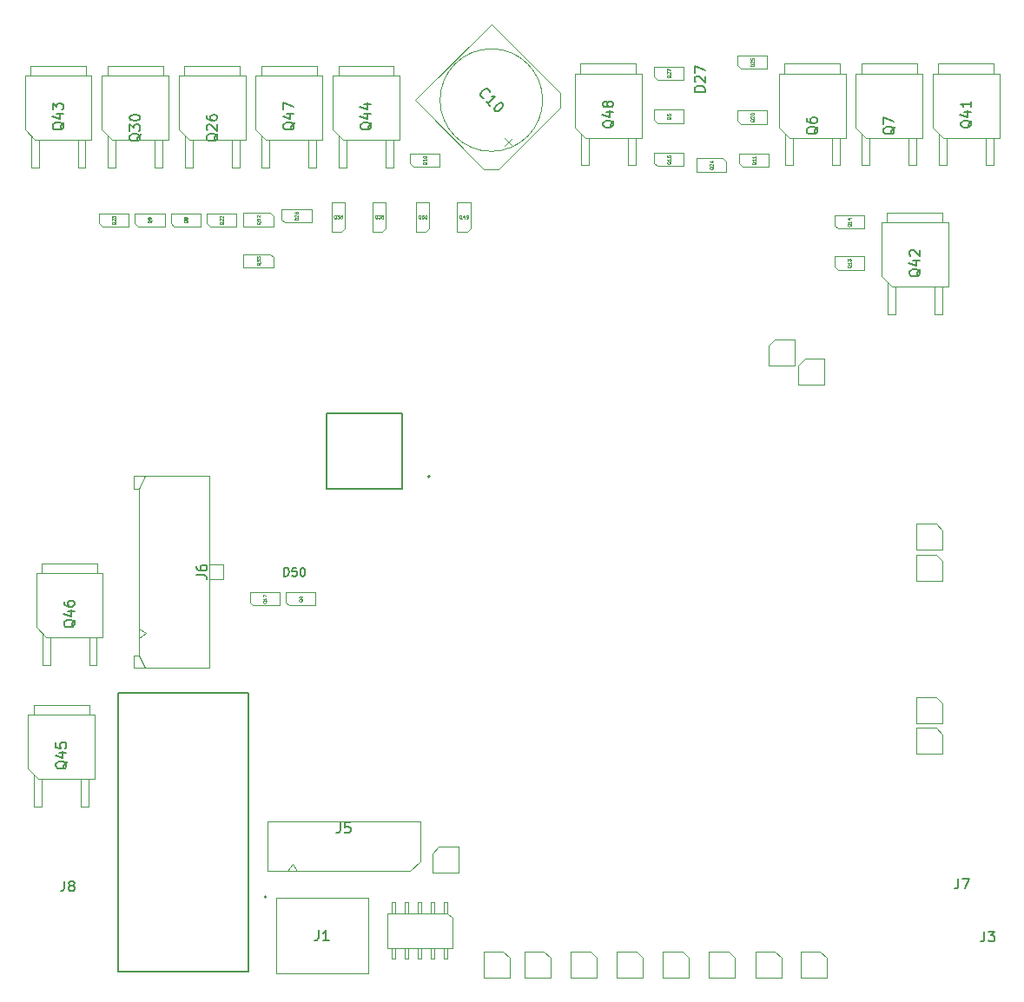
<source format=gbr>
G04 #@! TF.GenerationSoftware,KiCad,Pcbnew,7.0.1-115-g2ece2719d0*
G04 #@! TF.CreationDate,2023-04-03T18:43:45+03:00*
G04 #@! TF.ProjectId,alphax_4ch,616c7068-6178-45f3-9463-682e6b696361,G*
G04 #@! TF.SameCoordinates,PX141f5e0PYa2cace0*
G04 #@! TF.FileFunction,AssemblyDrawing,Top*
%FSLAX46Y46*%
G04 Gerber Fmt 4.6, Leading zero omitted, Abs format (unit mm)*
G04 Created by KiCad (PCBNEW 7.0.1-115-g2ece2719d0) date 2023-04-03 18:43:45*
%MOMM*%
%LPD*%
G01*
G04 APERTURE LIST*
%ADD10C,0.150000*%
%ADD11C,0.050000*%
%ADD12C,0.170000*%
%ADD13C,0.100000*%
%ADD14C,0.127000*%
%ADD15C,0.200000*%
G04 APERTURE END LIST*
D10*
G04 #@! TO.C,J8*
X4769666Y9156381D02*
X4769666Y8442096D01*
X4769666Y8442096D02*
X4722047Y8299239D01*
X4722047Y8299239D02*
X4626809Y8204000D01*
X4626809Y8204000D02*
X4483952Y8156381D01*
X4483952Y8156381D02*
X4388714Y8156381D01*
X5388714Y8727810D02*
X5293476Y8775429D01*
X5293476Y8775429D02*
X5245857Y8823048D01*
X5245857Y8823048D02*
X5198238Y8918286D01*
X5198238Y8918286D02*
X5198238Y8965905D01*
X5198238Y8965905D02*
X5245857Y9061143D01*
X5245857Y9061143D02*
X5293476Y9108762D01*
X5293476Y9108762D02*
X5388714Y9156381D01*
X5388714Y9156381D02*
X5579190Y9156381D01*
X5579190Y9156381D02*
X5674428Y9108762D01*
X5674428Y9108762D02*
X5722047Y9061143D01*
X5722047Y9061143D02*
X5769666Y8965905D01*
X5769666Y8965905D02*
X5769666Y8918286D01*
X5769666Y8918286D02*
X5722047Y8823048D01*
X5722047Y8823048D02*
X5674428Y8775429D01*
X5674428Y8775429D02*
X5579190Y8727810D01*
X5579190Y8727810D02*
X5388714Y8727810D01*
X5388714Y8727810D02*
X5293476Y8680191D01*
X5293476Y8680191D02*
X5245857Y8632572D01*
X5245857Y8632572D02*
X5198238Y8537334D01*
X5198238Y8537334D02*
X5198238Y8346858D01*
X5198238Y8346858D02*
X5245857Y8251620D01*
X5245857Y8251620D02*
X5293476Y8204000D01*
X5293476Y8204000D02*
X5388714Y8156381D01*
X5388714Y8156381D02*
X5579190Y8156381D01*
X5579190Y8156381D02*
X5674428Y8204000D01*
X5674428Y8204000D02*
X5722047Y8251620D01*
X5722047Y8251620D02*
X5769666Y8346858D01*
X5769666Y8346858D02*
X5769666Y8537334D01*
X5769666Y8537334D02*
X5722047Y8632572D01*
X5722047Y8632572D02*
X5674428Y8680191D01*
X5674428Y8680191D02*
X5579190Y8727810D01*
G04 #@! TO.C,Q47*
X27237857Y83128572D02*
X27190238Y83033334D01*
X27190238Y83033334D02*
X27095000Y82938096D01*
X27095000Y82938096D02*
X26952142Y82795239D01*
X26952142Y82795239D02*
X26904523Y82700001D01*
X26904523Y82700001D02*
X26904523Y82604763D01*
X27142619Y82652382D02*
X27095000Y82557144D01*
X27095000Y82557144D02*
X26999761Y82461906D01*
X26999761Y82461906D02*
X26809285Y82414287D01*
X26809285Y82414287D02*
X26475952Y82414287D01*
X26475952Y82414287D02*
X26285476Y82461906D01*
X26285476Y82461906D02*
X26190238Y82557144D01*
X26190238Y82557144D02*
X26142619Y82652382D01*
X26142619Y82652382D02*
X26142619Y82842858D01*
X26142619Y82842858D02*
X26190238Y82938096D01*
X26190238Y82938096D02*
X26285476Y83033334D01*
X26285476Y83033334D02*
X26475952Y83080953D01*
X26475952Y83080953D02*
X26809285Y83080953D01*
X26809285Y83080953D02*
X26999761Y83033334D01*
X26999761Y83033334D02*
X27095000Y82938096D01*
X27095000Y82938096D02*
X27142619Y82842858D01*
X27142619Y82842858D02*
X27142619Y82652382D01*
X26475952Y83938096D02*
X27142619Y83938096D01*
X26095000Y83700001D02*
X26809285Y83461906D01*
X26809285Y83461906D02*
X26809285Y84080953D01*
X26142619Y84366668D02*
X26142619Y85033334D01*
X26142619Y85033334D02*
X27142619Y84604763D01*
G04 #@! TO.C,J5*
X31666666Y14837381D02*
X31666666Y14123096D01*
X31666666Y14123096D02*
X31619047Y13980239D01*
X31619047Y13980239D02*
X31523809Y13885000D01*
X31523809Y13885000D02*
X31380952Y13837381D01*
X31380952Y13837381D02*
X31285714Y13837381D01*
X32619047Y14837381D02*
X32142857Y14837381D01*
X32142857Y14837381D02*
X32095238Y14361191D01*
X32095238Y14361191D02*
X32142857Y14408810D01*
X32142857Y14408810D02*
X32238095Y14456429D01*
X32238095Y14456429D02*
X32476190Y14456429D01*
X32476190Y14456429D02*
X32571428Y14408810D01*
X32571428Y14408810D02*
X32619047Y14361191D01*
X32619047Y14361191D02*
X32666666Y14265953D01*
X32666666Y14265953D02*
X32666666Y14027858D01*
X32666666Y14027858D02*
X32619047Y13932620D01*
X32619047Y13932620D02*
X32571428Y13885000D01*
X32571428Y13885000D02*
X32476190Y13837381D01*
X32476190Y13837381D02*
X32238095Y13837381D01*
X32238095Y13837381D02*
X32142857Y13885000D01*
X32142857Y13885000D02*
X32095238Y13932620D01*
D11*
G04 #@! TO.C,Q13*
X81478514Y69217143D02*
X81463276Y69186667D01*
X81463276Y69186667D02*
X81432800Y69156191D01*
X81432800Y69156191D02*
X81387085Y69110477D01*
X81387085Y69110477D02*
X81371847Y69080000D01*
X81371847Y69080000D02*
X81371847Y69049524D01*
X81448038Y69064762D02*
X81432800Y69034286D01*
X81432800Y69034286D02*
X81402323Y69003810D01*
X81402323Y69003810D02*
X81341371Y68988572D01*
X81341371Y68988572D02*
X81234704Y68988572D01*
X81234704Y68988572D02*
X81173752Y69003810D01*
X81173752Y69003810D02*
X81143276Y69034286D01*
X81143276Y69034286D02*
X81128038Y69064762D01*
X81128038Y69064762D02*
X81128038Y69125715D01*
X81128038Y69125715D02*
X81143276Y69156191D01*
X81143276Y69156191D02*
X81173752Y69186667D01*
X81173752Y69186667D02*
X81234704Y69201905D01*
X81234704Y69201905D02*
X81341371Y69201905D01*
X81341371Y69201905D02*
X81402323Y69186667D01*
X81402323Y69186667D02*
X81432800Y69156191D01*
X81432800Y69156191D02*
X81448038Y69125715D01*
X81448038Y69125715D02*
X81448038Y69064762D01*
X81448038Y69506667D02*
X81448038Y69323810D01*
X81448038Y69415238D02*
X81128038Y69415238D01*
X81128038Y69415238D02*
X81173752Y69384762D01*
X81173752Y69384762D02*
X81204228Y69354286D01*
X81204228Y69354286D02*
X81219466Y69323810D01*
X81128038Y69613334D02*
X81128038Y69811429D01*
X81128038Y69811429D02*
X81249942Y69704762D01*
X81249942Y69704762D02*
X81249942Y69750477D01*
X81249942Y69750477D02*
X81265180Y69780953D01*
X81265180Y69780953D02*
X81280419Y69796191D01*
X81280419Y69796191D02*
X81310895Y69811429D01*
X81310895Y69811429D02*
X81387085Y69811429D01*
X81387085Y69811429D02*
X81417561Y69796191D01*
X81417561Y69796191D02*
X81432800Y69780953D01*
X81432800Y69780953D02*
X81448038Y69750477D01*
X81448038Y69750477D02*
X81448038Y69659048D01*
X81448038Y69659048D02*
X81432800Y69628572D01*
X81432800Y69628572D02*
X81417561Y69613334D01*
G04 #@! TO.C,Q49*
X43517142Y73721486D02*
X43486666Y73736724D01*
X43486666Y73736724D02*
X43456190Y73767200D01*
X43456190Y73767200D02*
X43410476Y73812915D01*
X43410476Y73812915D02*
X43379999Y73828153D01*
X43379999Y73828153D02*
X43349523Y73828153D01*
X43364761Y73751962D02*
X43334285Y73767200D01*
X43334285Y73767200D02*
X43303809Y73797677D01*
X43303809Y73797677D02*
X43288571Y73858629D01*
X43288571Y73858629D02*
X43288571Y73965296D01*
X43288571Y73965296D02*
X43303809Y74026248D01*
X43303809Y74026248D02*
X43334285Y74056724D01*
X43334285Y74056724D02*
X43364761Y74071962D01*
X43364761Y74071962D02*
X43425714Y74071962D01*
X43425714Y74071962D02*
X43456190Y74056724D01*
X43456190Y74056724D02*
X43486666Y74026248D01*
X43486666Y74026248D02*
X43501904Y73965296D01*
X43501904Y73965296D02*
X43501904Y73858629D01*
X43501904Y73858629D02*
X43486666Y73797677D01*
X43486666Y73797677D02*
X43456190Y73767200D01*
X43456190Y73767200D02*
X43425714Y73751962D01*
X43425714Y73751962D02*
X43364761Y73751962D01*
X43776190Y73965296D02*
X43776190Y73751962D01*
X43699999Y74087200D02*
X43623809Y73858629D01*
X43623809Y73858629D02*
X43821904Y73858629D01*
X43959047Y73751962D02*
X44019999Y73751962D01*
X44019999Y73751962D02*
X44050476Y73767200D01*
X44050476Y73767200D02*
X44065714Y73782439D01*
X44065714Y73782439D02*
X44096190Y73828153D01*
X44096190Y73828153D02*
X44111428Y73889105D01*
X44111428Y73889105D02*
X44111428Y74011010D01*
X44111428Y74011010D02*
X44096190Y74041486D01*
X44096190Y74041486D02*
X44080952Y74056724D01*
X44080952Y74056724D02*
X44050476Y74071962D01*
X44050476Y74071962D02*
X43989523Y74071962D01*
X43989523Y74071962D02*
X43959047Y74056724D01*
X43959047Y74056724D02*
X43943809Y74041486D01*
X43943809Y74041486D02*
X43928571Y74011010D01*
X43928571Y74011010D02*
X43928571Y73934820D01*
X43928571Y73934820D02*
X43943809Y73904343D01*
X43943809Y73904343D02*
X43959047Y73889105D01*
X43959047Y73889105D02*
X43989523Y73873867D01*
X43989523Y73873867D02*
X44050476Y73873867D01*
X44050476Y73873867D02*
X44080952Y73889105D01*
X44080952Y73889105D02*
X44096190Y73904343D01*
X44096190Y73904343D02*
X44111428Y73934820D01*
D10*
G04 #@! TO.C,Q48*
X58357857Y83328572D02*
X58310238Y83233334D01*
X58310238Y83233334D02*
X58215000Y83138096D01*
X58215000Y83138096D02*
X58072142Y82995239D01*
X58072142Y82995239D02*
X58024523Y82900001D01*
X58024523Y82900001D02*
X58024523Y82804763D01*
X58262619Y82852382D02*
X58215000Y82757144D01*
X58215000Y82757144D02*
X58119761Y82661906D01*
X58119761Y82661906D02*
X57929285Y82614287D01*
X57929285Y82614287D02*
X57595952Y82614287D01*
X57595952Y82614287D02*
X57405476Y82661906D01*
X57405476Y82661906D02*
X57310238Y82757144D01*
X57310238Y82757144D02*
X57262619Y82852382D01*
X57262619Y82852382D02*
X57262619Y83042858D01*
X57262619Y83042858D02*
X57310238Y83138096D01*
X57310238Y83138096D02*
X57405476Y83233334D01*
X57405476Y83233334D02*
X57595952Y83280953D01*
X57595952Y83280953D02*
X57929285Y83280953D01*
X57929285Y83280953D02*
X58119761Y83233334D01*
X58119761Y83233334D02*
X58215000Y83138096D01*
X58215000Y83138096D02*
X58262619Y83042858D01*
X58262619Y83042858D02*
X58262619Y82852382D01*
X57595952Y84138096D02*
X58262619Y84138096D01*
X57215000Y83900001D02*
X57929285Y83661906D01*
X57929285Y83661906D02*
X57929285Y84280953D01*
X57691190Y84804763D02*
X57643571Y84709525D01*
X57643571Y84709525D02*
X57595952Y84661906D01*
X57595952Y84661906D02*
X57500714Y84614287D01*
X57500714Y84614287D02*
X57453095Y84614287D01*
X57453095Y84614287D02*
X57357857Y84661906D01*
X57357857Y84661906D02*
X57310238Y84709525D01*
X57310238Y84709525D02*
X57262619Y84804763D01*
X57262619Y84804763D02*
X57262619Y84995239D01*
X57262619Y84995239D02*
X57310238Y85090477D01*
X57310238Y85090477D02*
X57357857Y85138096D01*
X57357857Y85138096D02*
X57453095Y85185715D01*
X57453095Y85185715D02*
X57500714Y85185715D01*
X57500714Y85185715D02*
X57595952Y85138096D01*
X57595952Y85138096D02*
X57643571Y85090477D01*
X57643571Y85090477D02*
X57691190Y84995239D01*
X57691190Y84995239D02*
X57691190Y84804763D01*
X57691190Y84804763D02*
X57738809Y84709525D01*
X57738809Y84709525D02*
X57786428Y84661906D01*
X57786428Y84661906D02*
X57881666Y84614287D01*
X57881666Y84614287D02*
X58072142Y84614287D01*
X58072142Y84614287D02*
X58167380Y84661906D01*
X58167380Y84661906D02*
X58215000Y84709525D01*
X58215000Y84709525D02*
X58262619Y84804763D01*
X58262619Y84804763D02*
X58262619Y84995239D01*
X58262619Y84995239D02*
X58215000Y85090477D01*
X58215000Y85090477D02*
X58167380Y85138096D01*
X58167380Y85138096D02*
X58072142Y85185715D01*
X58072142Y85185715D02*
X57881666Y85185715D01*
X57881666Y85185715D02*
X57786428Y85138096D01*
X57786428Y85138096D02*
X57738809Y85090477D01*
X57738809Y85090477D02*
X57691190Y84995239D01*
D11*
G04 #@! TO.C,D28*
X27558037Y73611429D02*
X27238037Y73611429D01*
X27238037Y73611429D02*
X27238037Y73687619D01*
X27238037Y73687619D02*
X27253275Y73733334D01*
X27253275Y73733334D02*
X27283751Y73763810D01*
X27283751Y73763810D02*
X27314227Y73779048D01*
X27314227Y73779048D02*
X27375179Y73794286D01*
X27375179Y73794286D02*
X27420894Y73794286D01*
X27420894Y73794286D02*
X27481846Y73779048D01*
X27481846Y73779048D02*
X27512322Y73763810D01*
X27512322Y73763810D02*
X27542799Y73733334D01*
X27542799Y73733334D02*
X27558037Y73687619D01*
X27558037Y73687619D02*
X27558037Y73611429D01*
X27268513Y73916191D02*
X27253275Y73931429D01*
X27253275Y73931429D02*
X27238037Y73961905D01*
X27238037Y73961905D02*
X27238037Y74038096D01*
X27238037Y74038096D02*
X27253275Y74068572D01*
X27253275Y74068572D02*
X27268513Y74083810D01*
X27268513Y74083810D02*
X27298989Y74099048D01*
X27298989Y74099048D02*
X27329465Y74099048D01*
X27329465Y74099048D02*
X27375179Y74083810D01*
X27375179Y74083810D02*
X27558037Y73900953D01*
X27558037Y73900953D02*
X27558037Y74099048D01*
X27375179Y74281905D02*
X27359941Y74251429D01*
X27359941Y74251429D02*
X27344703Y74236191D01*
X27344703Y74236191D02*
X27314227Y74220953D01*
X27314227Y74220953D02*
X27298989Y74220953D01*
X27298989Y74220953D02*
X27268513Y74236191D01*
X27268513Y74236191D02*
X27253275Y74251429D01*
X27253275Y74251429D02*
X27238037Y74281905D01*
X27238037Y74281905D02*
X27238037Y74342858D01*
X27238037Y74342858D02*
X27253275Y74373334D01*
X27253275Y74373334D02*
X27268513Y74388572D01*
X27268513Y74388572D02*
X27298989Y74403810D01*
X27298989Y74403810D02*
X27314227Y74403810D01*
X27314227Y74403810D02*
X27344703Y74388572D01*
X27344703Y74388572D02*
X27359941Y74373334D01*
X27359941Y74373334D02*
X27375179Y74342858D01*
X27375179Y74342858D02*
X27375179Y74281905D01*
X27375179Y74281905D02*
X27390418Y74251429D01*
X27390418Y74251429D02*
X27405656Y74236191D01*
X27405656Y74236191D02*
X27436132Y74220953D01*
X27436132Y74220953D02*
X27497084Y74220953D01*
X27497084Y74220953D02*
X27527560Y74236191D01*
X27527560Y74236191D02*
X27542799Y74251429D01*
X27542799Y74251429D02*
X27558037Y74281905D01*
X27558037Y74281905D02*
X27558037Y74342858D01*
X27558037Y74342858D02*
X27542799Y74373334D01*
X27542799Y74373334D02*
X27527560Y74388572D01*
X27527560Y74388572D02*
X27497084Y74403810D01*
X27497084Y74403810D02*
X27436132Y74403810D01*
X27436132Y74403810D02*
X27405656Y74388572D01*
X27405656Y74388572D02*
X27390418Y74373334D01*
X27390418Y74373334D02*
X27375179Y74342858D01*
G04 #@! TO.C,Q35*
X35279642Y73721486D02*
X35249166Y73736724D01*
X35249166Y73736724D02*
X35218690Y73767200D01*
X35218690Y73767200D02*
X35172976Y73812915D01*
X35172976Y73812915D02*
X35142499Y73828153D01*
X35142499Y73828153D02*
X35112023Y73828153D01*
X35127261Y73751962D02*
X35096785Y73767200D01*
X35096785Y73767200D02*
X35066309Y73797677D01*
X35066309Y73797677D02*
X35051071Y73858629D01*
X35051071Y73858629D02*
X35051071Y73965296D01*
X35051071Y73965296D02*
X35066309Y74026248D01*
X35066309Y74026248D02*
X35096785Y74056724D01*
X35096785Y74056724D02*
X35127261Y74071962D01*
X35127261Y74071962D02*
X35188214Y74071962D01*
X35188214Y74071962D02*
X35218690Y74056724D01*
X35218690Y74056724D02*
X35249166Y74026248D01*
X35249166Y74026248D02*
X35264404Y73965296D01*
X35264404Y73965296D02*
X35264404Y73858629D01*
X35264404Y73858629D02*
X35249166Y73797677D01*
X35249166Y73797677D02*
X35218690Y73767200D01*
X35218690Y73767200D02*
X35188214Y73751962D01*
X35188214Y73751962D02*
X35127261Y73751962D01*
X35371071Y74071962D02*
X35569166Y74071962D01*
X35569166Y74071962D02*
X35462499Y73950058D01*
X35462499Y73950058D02*
X35508214Y73950058D01*
X35508214Y73950058D02*
X35538690Y73934820D01*
X35538690Y73934820D02*
X35553928Y73919581D01*
X35553928Y73919581D02*
X35569166Y73889105D01*
X35569166Y73889105D02*
X35569166Y73812915D01*
X35569166Y73812915D02*
X35553928Y73782439D01*
X35553928Y73782439D02*
X35538690Y73767200D01*
X35538690Y73767200D02*
X35508214Y73751962D01*
X35508214Y73751962D02*
X35416785Y73751962D01*
X35416785Y73751962D02*
X35386309Y73767200D01*
X35386309Y73767200D02*
X35371071Y73782439D01*
X35858690Y74071962D02*
X35706309Y74071962D01*
X35706309Y74071962D02*
X35691071Y73919581D01*
X35691071Y73919581D02*
X35706309Y73934820D01*
X35706309Y73934820D02*
X35736785Y73950058D01*
X35736785Y73950058D02*
X35812976Y73950058D01*
X35812976Y73950058D02*
X35843452Y73934820D01*
X35843452Y73934820D02*
X35858690Y73919581D01*
X35858690Y73919581D02*
X35873928Y73889105D01*
X35873928Y73889105D02*
X35873928Y73812915D01*
X35873928Y73812915D02*
X35858690Y73782439D01*
X35858690Y73782439D02*
X35843452Y73767200D01*
X35843452Y73767200D02*
X35812976Y73751962D01*
X35812976Y73751962D02*
X35736785Y73751962D01*
X35736785Y73751962D02*
X35706309Y73767200D01*
X35706309Y73767200D02*
X35691071Y73782439D01*
D10*
G04 #@! TO.C,J1*
X29566666Y4352381D02*
X29566666Y3638096D01*
X29566666Y3638096D02*
X29519047Y3495239D01*
X29519047Y3495239D02*
X29423809Y3400000D01*
X29423809Y3400000D02*
X29280952Y3352381D01*
X29280952Y3352381D02*
X29185714Y3352381D01*
X30566666Y3352381D02*
X29995238Y3352381D01*
X30280952Y3352381D02*
X30280952Y4352381D01*
X30280952Y4352381D02*
X30185714Y4209524D01*
X30185714Y4209524D02*
X30090476Y4114286D01*
X30090476Y4114286D02*
X29995238Y4066667D01*
G04 #@! TO.C,Q45*
X5057857Y20828572D02*
X5010238Y20733334D01*
X5010238Y20733334D02*
X4915000Y20638096D01*
X4915000Y20638096D02*
X4772142Y20495239D01*
X4772142Y20495239D02*
X4724523Y20400001D01*
X4724523Y20400001D02*
X4724523Y20304763D01*
X4962619Y20352382D02*
X4915000Y20257144D01*
X4915000Y20257144D02*
X4819761Y20161906D01*
X4819761Y20161906D02*
X4629285Y20114287D01*
X4629285Y20114287D02*
X4295952Y20114287D01*
X4295952Y20114287D02*
X4105476Y20161906D01*
X4105476Y20161906D02*
X4010238Y20257144D01*
X4010238Y20257144D02*
X3962619Y20352382D01*
X3962619Y20352382D02*
X3962619Y20542858D01*
X3962619Y20542858D02*
X4010238Y20638096D01*
X4010238Y20638096D02*
X4105476Y20733334D01*
X4105476Y20733334D02*
X4295952Y20780953D01*
X4295952Y20780953D02*
X4629285Y20780953D01*
X4629285Y20780953D02*
X4819761Y20733334D01*
X4819761Y20733334D02*
X4915000Y20638096D01*
X4915000Y20638096D02*
X4962619Y20542858D01*
X4962619Y20542858D02*
X4962619Y20352382D01*
X4295952Y21638096D02*
X4962619Y21638096D01*
X3915000Y21400001D02*
X4629285Y21161906D01*
X4629285Y21161906D02*
X4629285Y21780953D01*
X3962619Y22638096D02*
X3962619Y22161906D01*
X3962619Y22161906D02*
X4438809Y22114287D01*
X4438809Y22114287D02*
X4391190Y22161906D01*
X4391190Y22161906D02*
X4343571Y22257144D01*
X4343571Y22257144D02*
X4343571Y22495239D01*
X4343571Y22495239D02*
X4391190Y22590477D01*
X4391190Y22590477D02*
X4438809Y22638096D01*
X4438809Y22638096D02*
X4534047Y22685715D01*
X4534047Y22685715D02*
X4772142Y22685715D01*
X4772142Y22685715D02*
X4867380Y22638096D01*
X4867380Y22638096D02*
X4915000Y22590477D01*
X4915000Y22590477D02*
X4962619Y22495239D01*
X4962619Y22495239D02*
X4962619Y22257144D01*
X4962619Y22257144D02*
X4915000Y22161906D01*
X4915000Y22161906D02*
X4867380Y22114287D01*
D11*
G04 #@! TO.C,Q8*
X16778514Y73569524D02*
X16763276Y73539048D01*
X16763276Y73539048D02*
X16732800Y73508572D01*
X16732800Y73508572D02*
X16687085Y73462858D01*
X16687085Y73462858D02*
X16671847Y73432381D01*
X16671847Y73432381D02*
X16671847Y73401905D01*
X16748038Y73417143D02*
X16732800Y73386667D01*
X16732800Y73386667D02*
X16702323Y73356191D01*
X16702323Y73356191D02*
X16641371Y73340953D01*
X16641371Y73340953D02*
X16534704Y73340953D01*
X16534704Y73340953D02*
X16473752Y73356191D01*
X16473752Y73356191D02*
X16443276Y73386667D01*
X16443276Y73386667D02*
X16428038Y73417143D01*
X16428038Y73417143D02*
X16428038Y73478096D01*
X16428038Y73478096D02*
X16443276Y73508572D01*
X16443276Y73508572D02*
X16473752Y73539048D01*
X16473752Y73539048D02*
X16534704Y73554286D01*
X16534704Y73554286D02*
X16641371Y73554286D01*
X16641371Y73554286D02*
X16702323Y73539048D01*
X16702323Y73539048D02*
X16732800Y73508572D01*
X16732800Y73508572D02*
X16748038Y73478096D01*
X16748038Y73478096D02*
X16748038Y73417143D01*
X16565180Y73737143D02*
X16549942Y73706667D01*
X16549942Y73706667D02*
X16534704Y73691429D01*
X16534704Y73691429D02*
X16504228Y73676191D01*
X16504228Y73676191D02*
X16488990Y73676191D01*
X16488990Y73676191D02*
X16458514Y73691429D01*
X16458514Y73691429D02*
X16443276Y73706667D01*
X16443276Y73706667D02*
X16428038Y73737143D01*
X16428038Y73737143D02*
X16428038Y73798096D01*
X16428038Y73798096D02*
X16443276Y73828572D01*
X16443276Y73828572D02*
X16458514Y73843810D01*
X16458514Y73843810D02*
X16488990Y73859048D01*
X16488990Y73859048D02*
X16504228Y73859048D01*
X16504228Y73859048D02*
X16534704Y73843810D01*
X16534704Y73843810D02*
X16549942Y73828572D01*
X16549942Y73828572D02*
X16565180Y73798096D01*
X16565180Y73798096D02*
X16565180Y73737143D01*
X16565180Y73737143D02*
X16580419Y73706667D01*
X16580419Y73706667D02*
X16595657Y73691429D01*
X16595657Y73691429D02*
X16626133Y73676191D01*
X16626133Y73676191D02*
X16687085Y73676191D01*
X16687085Y73676191D02*
X16717561Y73691429D01*
X16717561Y73691429D02*
X16732800Y73706667D01*
X16732800Y73706667D02*
X16748038Y73737143D01*
X16748038Y73737143D02*
X16748038Y73798096D01*
X16748038Y73798096D02*
X16732800Y73828572D01*
X16732800Y73828572D02*
X16717561Y73843810D01*
X16717561Y73843810D02*
X16687085Y73859048D01*
X16687085Y73859048D02*
X16626133Y73859048D01*
X16626133Y73859048D02*
X16595657Y73843810D01*
X16595657Y73843810D02*
X16580419Y73828572D01*
X16580419Y73828572D02*
X16565180Y73798096D01*
G04 #@! TO.C,Q4*
X27978514Y36627105D02*
X27963276Y36596629D01*
X27963276Y36596629D02*
X27932800Y36566153D01*
X27932800Y36566153D02*
X27887085Y36520439D01*
X27887085Y36520439D02*
X27871847Y36489962D01*
X27871847Y36489962D02*
X27871847Y36459486D01*
X27948038Y36474724D02*
X27932800Y36444248D01*
X27932800Y36444248D02*
X27902323Y36413772D01*
X27902323Y36413772D02*
X27841371Y36398534D01*
X27841371Y36398534D02*
X27734704Y36398534D01*
X27734704Y36398534D02*
X27673752Y36413772D01*
X27673752Y36413772D02*
X27643276Y36444248D01*
X27643276Y36444248D02*
X27628038Y36474724D01*
X27628038Y36474724D02*
X27628038Y36535677D01*
X27628038Y36535677D02*
X27643276Y36566153D01*
X27643276Y36566153D02*
X27673752Y36596629D01*
X27673752Y36596629D02*
X27734704Y36611867D01*
X27734704Y36611867D02*
X27841371Y36611867D01*
X27841371Y36611867D02*
X27902323Y36596629D01*
X27902323Y36596629D02*
X27932800Y36566153D01*
X27932800Y36566153D02*
X27948038Y36535677D01*
X27948038Y36535677D02*
X27948038Y36474724D01*
X27734704Y36886153D02*
X27948038Y36886153D01*
X27612800Y36809962D02*
X27841371Y36733772D01*
X27841371Y36733772D02*
X27841371Y36931867D01*
G04 #@! TO.C,Q15*
X63878514Y79317143D02*
X63863276Y79286667D01*
X63863276Y79286667D02*
X63832800Y79256191D01*
X63832800Y79256191D02*
X63787085Y79210477D01*
X63787085Y79210477D02*
X63771847Y79180000D01*
X63771847Y79180000D02*
X63771847Y79149524D01*
X63848038Y79164762D02*
X63832800Y79134286D01*
X63832800Y79134286D02*
X63802323Y79103810D01*
X63802323Y79103810D02*
X63741371Y79088572D01*
X63741371Y79088572D02*
X63634704Y79088572D01*
X63634704Y79088572D02*
X63573752Y79103810D01*
X63573752Y79103810D02*
X63543276Y79134286D01*
X63543276Y79134286D02*
X63528038Y79164762D01*
X63528038Y79164762D02*
X63528038Y79225715D01*
X63528038Y79225715D02*
X63543276Y79256191D01*
X63543276Y79256191D02*
X63573752Y79286667D01*
X63573752Y79286667D02*
X63634704Y79301905D01*
X63634704Y79301905D02*
X63741371Y79301905D01*
X63741371Y79301905D02*
X63802323Y79286667D01*
X63802323Y79286667D02*
X63832800Y79256191D01*
X63832800Y79256191D02*
X63848038Y79225715D01*
X63848038Y79225715D02*
X63848038Y79164762D01*
X63848038Y79606667D02*
X63848038Y79423810D01*
X63848038Y79515238D02*
X63528038Y79515238D01*
X63528038Y79515238D02*
X63573752Y79484762D01*
X63573752Y79484762D02*
X63604228Y79454286D01*
X63604228Y79454286D02*
X63619466Y79423810D01*
X63528038Y79896191D02*
X63528038Y79743810D01*
X63528038Y79743810D02*
X63680419Y79728572D01*
X63680419Y79728572D02*
X63665180Y79743810D01*
X63665180Y79743810D02*
X63649942Y79774286D01*
X63649942Y79774286D02*
X63649942Y79850477D01*
X63649942Y79850477D02*
X63665180Y79880953D01*
X63665180Y79880953D02*
X63680419Y79896191D01*
X63680419Y79896191D02*
X63710895Y79911429D01*
X63710895Y79911429D02*
X63787085Y79911429D01*
X63787085Y79911429D02*
X63817561Y79896191D01*
X63817561Y79896191D02*
X63832800Y79880953D01*
X63832800Y79880953D02*
X63848038Y79850477D01*
X63848038Y79850477D02*
X63848038Y79774286D01*
X63848038Y79774286D02*
X63832800Y79743810D01*
X63832800Y79743810D02*
X63817561Y79728572D01*
D10*
G04 #@! TO.C,Q30*
X12237857Y82028572D02*
X12190238Y81933334D01*
X12190238Y81933334D02*
X12095000Y81838096D01*
X12095000Y81838096D02*
X11952142Y81695239D01*
X11952142Y81695239D02*
X11904523Y81600001D01*
X11904523Y81600001D02*
X11904523Y81504763D01*
X12142619Y81552382D02*
X12095000Y81457144D01*
X12095000Y81457144D02*
X11999761Y81361906D01*
X11999761Y81361906D02*
X11809285Y81314287D01*
X11809285Y81314287D02*
X11475952Y81314287D01*
X11475952Y81314287D02*
X11285476Y81361906D01*
X11285476Y81361906D02*
X11190238Y81457144D01*
X11190238Y81457144D02*
X11142619Y81552382D01*
X11142619Y81552382D02*
X11142619Y81742858D01*
X11142619Y81742858D02*
X11190238Y81838096D01*
X11190238Y81838096D02*
X11285476Y81933334D01*
X11285476Y81933334D02*
X11475952Y81980953D01*
X11475952Y81980953D02*
X11809285Y81980953D01*
X11809285Y81980953D02*
X11999761Y81933334D01*
X11999761Y81933334D02*
X12095000Y81838096D01*
X12095000Y81838096D02*
X12142619Y81742858D01*
X12142619Y81742858D02*
X12142619Y81552382D01*
X11142619Y82314287D02*
X11142619Y82933334D01*
X11142619Y82933334D02*
X11523571Y82600001D01*
X11523571Y82600001D02*
X11523571Y82742858D01*
X11523571Y82742858D02*
X11571190Y82838096D01*
X11571190Y82838096D02*
X11618809Y82885715D01*
X11618809Y82885715D02*
X11714047Y82933334D01*
X11714047Y82933334D02*
X11952142Y82933334D01*
X11952142Y82933334D02*
X12047380Y82885715D01*
X12047380Y82885715D02*
X12095000Y82838096D01*
X12095000Y82838096D02*
X12142619Y82742858D01*
X12142619Y82742858D02*
X12142619Y82457144D01*
X12142619Y82457144D02*
X12095000Y82361906D01*
X12095000Y82361906D02*
X12047380Y82314287D01*
X11142619Y83552382D02*
X11142619Y83647620D01*
X11142619Y83647620D02*
X11190238Y83742858D01*
X11190238Y83742858D02*
X11237857Y83790477D01*
X11237857Y83790477D02*
X11333095Y83838096D01*
X11333095Y83838096D02*
X11523571Y83885715D01*
X11523571Y83885715D02*
X11761666Y83885715D01*
X11761666Y83885715D02*
X11952142Y83838096D01*
X11952142Y83838096D02*
X12047380Y83790477D01*
X12047380Y83790477D02*
X12095000Y83742858D01*
X12095000Y83742858D02*
X12142619Y83647620D01*
X12142619Y83647620D02*
X12142619Y83552382D01*
X12142619Y83552382D02*
X12095000Y83457144D01*
X12095000Y83457144D02*
X12047380Y83409525D01*
X12047380Y83409525D02*
X11952142Y83361906D01*
X11952142Y83361906D02*
X11761666Y83314287D01*
X11761666Y83314287D02*
X11523571Y83314287D01*
X11523571Y83314287D02*
X11333095Y83361906D01*
X11333095Y83361906D02*
X11237857Y83409525D01*
X11237857Y83409525D02*
X11190238Y83457144D01*
X11190238Y83457144D02*
X11142619Y83552382D01*
G04 #@! TO.C,J6*
X17662619Y38966667D02*
X18376904Y38966667D01*
X18376904Y38966667D02*
X18519761Y38919048D01*
X18519761Y38919048D02*
X18615000Y38823810D01*
X18615000Y38823810D02*
X18662619Y38680953D01*
X18662619Y38680953D02*
X18662619Y38585715D01*
X17662619Y39871429D02*
X17662619Y39680953D01*
X17662619Y39680953D02*
X17710238Y39585715D01*
X17710238Y39585715D02*
X17757857Y39538096D01*
X17757857Y39538096D02*
X17900714Y39442858D01*
X17900714Y39442858D02*
X18091190Y39395239D01*
X18091190Y39395239D02*
X18472142Y39395239D01*
X18472142Y39395239D02*
X18567380Y39442858D01*
X18567380Y39442858D02*
X18615000Y39490477D01*
X18615000Y39490477D02*
X18662619Y39585715D01*
X18662619Y39585715D02*
X18662619Y39776191D01*
X18662619Y39776191D02*
X18615000Y39871429D01*
X18615000Y39871429D02*
X18567380Y39919048D01*
X18567380Y39919048D02*
X18472142Y39966667D01*
X18472142Y39966667D02*
X18234047Y39966667D01*
X18234047Y39966667D02*
X18138809Y39919048D01*
X18138809Y39919048D02*
X18091190Y39871429D01*
X18091190Y39871429D02*
X18043571Y39776191D01*
X18043571Y39776191D02*
X18043571Y39585715D01*
X18043571Y39585715D02*
X18091190Y39490477D01*
X18091190Y39490477D02*
X18138809Y39442858D01*
X18138809Y39442858D02*
X18234047Y39395239D01*
D11*
G04 #@! TO.C,Q14*
X81478514Y73217143D02*
X81463276Y73186667D01*
X81463276Y73186667D02*
X81432800Y73156191D01*
X81432800Y73156191D02*
X81387085Y73110477D01*
X81387085Y73110477D02*
X81371847Y73080000D01*
X81371847Y73080000D02*
X81371847Y73049524D01*
X81448038Y73064762D02*
X81432800Y73034286D01*
X81432800Y73034286D02*
X81402323Y73003810D01*
X81402323Y73003810D02*
X81341371Y72988572D01*
X81341371Y72988572D02*
X81234704Y72988572D01*
X81234704Y72988572D02*
X81173752Y73003810D01*
X81173752Y73003810D02*
X81143276Y73034286D01*
X81143276Y73034286D02*
X81128038Y73064762D01*
X81128038Y73064762D02*
X81128038Y73125715D01*
X81128038Y73125715D02*
X81143276Y73156191D01*
X81143276Y73156191D02*
X81173752Y73186667D01*
X81173752Y73186667D02*
X81234704Y73201905D01*
X81234704Y73201905D02*
X81341371Y73201905D01*
X81341371Y73201905D02*
X81402323Y73186667D01*
X81402323Y73186667D02*
X81432800Y73156191D01*
X81432800Y73156191D02*
X81448038Y73125715D01*
X81448038Y73125715D02*
X81448038Y73064762D01*
X81448038Y73506667D02*
X81448038Y73323810D01*
X81448038Y73415238D02*
X81128038Y73415238D01*
X81128038Y73415238D02*
X81173752Y73384762D01*
X81173752Y73384762D02*
X81204228Y73354286D01*
X81204228Y73354286D02*
X81219466Y73323810D01*
X81234704Y73780953D02*
X81448038Y73780953D01*
X81112800Y73704762D02*
X81341371Y73628572D01*
X81341371Y73628572D02*
X81341371Y73826667D01*
G04 #@! TO.C,Q27*
X63878514Y87717143D02*
X63863276Y87686667D01*
X63863276Y87686667D02*
X63832800Y87656191D01*
X63832800Y87656191D02*
X63787085Y87610477D01*
X63787085Y87610477D02*
X63771847Y87580000D01*
X63771847Y87580000D02*
X63771847Y87549524D01*
X63848038Y87564762D02*
X63832800Y87534286D01*
X63832800Y87534286D02*
X63802323Y87503810D01*
X63802323Y87503810D02*
X63741371Y87488572D01*
X63741371Y87488572D02*
X63634704Y87488572D01*
X63634704Y87488572D02*
X63573752Y87503810D01*
X63573752Y87503810D02*
X63543276Y87534286D01*
X63543276Y87534286D02*
X63528038Y87564762D01*
X63528038Y87564762D02*
X63528038Y87625715D01*
X63528038Y87625715D02*
X63543276Y87656191D01*
X63543276Y87656191D02*
X63573752Y87686667D01*
X63573752Y87686667D02*
X63634704Y87701905D01*
X63634704Y87701905D02*
X63741371Y87701905D01*
X63741371Y87701905D02*
X63802323Y87686667D01*
X63802323Y87686667D02*
X63832800Y87656191D01*
X63832800Y87656191D02*
X63848038Y87625715D01*
X63848038Y87625715D02*
X63848038Y87564762D01*
X63558514Y87823810D02*
X63543276Y87839048D01*
X63543276Y87839048D02*
X63528038Y87869524D01*
X63528038Y87869524D02*
X63528038Y87945715D01*
X63528038Y87945715D02*
X63543276Y87976191D01*
X63543276Y87976191D02*
X63558514Y87991429D01*
X63558514Y87991429D02*
X63588990Y88006667D01*
X63588990Y88006667D02*
X63619466Y88006667D01*
X63619466Y88006667D02*
X63665180Y87991429D01*
X63665180Y87991429D02*
X63848038Y87808572D01*
X63848038Y87808572D02*
X63848038Y88006667D01*
X63528038Y88113334D02*
X63528038Y88326667D01*
X63528038Y88326667D02*
X63848038Y88189524D01*
D12*
G04 #@! TO.C,D50*
X26204286Y38878233D02*
X26204286Y39698233D01*
X26204286Y39698233D02*
X26399524Y39698233D01*
X26399524Y39698233D02*
X26516667Y39659185D01*
X26516667Y39659185D02*
X26594762Y39581090D01*
X26594762Y39581090D02*
X26633809Y39502995D01*
X26633809Y39502995D02*
X26672857Y39346804D01*
X26672857Y39346804D02*
X26672857Y39229661D01*
X26672857Y39229661D02*
X26633809Y39073471D01*
X26633809Y39073471D02*
X26594762Y38995376D01*
X26594762Y38995376D02*
X26516667Y38917280D01*
X26516667Y38917280D02*
X26399524Y38878233D01*
X26399524Y38878233D02*
X26204286Y38878233D01*
X27414762Y39698233D02*
X27024286Y39698233D01*
X27024286Y39698233D02*
X26985238Y39307757D01*
X26985238Y39307757D02*
X27024286Y39346804D01*
X27024286Y39346804D02*
X27102381Y39385852D01*
X27102381Y39385852D02*
X27297619Y39385852D01*
X27297619Y39385852D02*
X27375714Y39346804D01*
X27375714Y39346804D02*
X27414762Y39307757D01*
X27414762Y39307757D02*
X27453809Y39229661D01*
X27453809Y39229661D02*
X27453809Y39034423D01*
X27453809Y39034423D02*
X27414762Y38956328D01*
X27414762Y38956328D02*
X27375714Y38917280D01*
X27375714Y38917280D02*
X27297619Y38878233D01*
X27297619Y38878233D02*
X27102381Y38878233D01*
X27102381Y38878233D02*
X27024286Y38917280D01*
X27024286Y38917280D02*
X26985238Y38956328D01*
X27961428Y39698233D02*
X28039523Y39698233D01*
X28039523Y39698233D02*
X28117619Y39659185D01*
X28117619Y39659185D02*
X28156666Y39620138D01*
X28156666Y39620138D02*
X28195714Y39542042D01*
X28195714Y39542042D02*
X28234761Y39385852D01*
X28234761Y39385852D02*
X28234761Y39190614D01*
X28234761Y39190614D02*
X28195714Y39034423D01*
X28195714Y39034423D02*
X28156666Y38956328D01*
X28156666Y38956328D02*
X28117619Y38917280D01*
X28117619Y38917280D02*
X28039523Y38878233D01*
X28039523Y38878233D02*
X27961428Y38878233D01*
X27961428Y38878233D02*
X27883333Y38917280D01*
X27883333Y38917280D02*
X27844285Y38956328D01*
X27844285Y38956328D02*
X27805238Y39034423D01*
X27805238Y39034423D02*
X27766190Y39190614D01*
X27766190Y39190614D02*
X27766190Y39385852D01*
X27766190Y39385852D02*
X27805238Y39542042D01*
X27805238Y39542042D02*
X27844285Y39620138D01*
X27844285Y39620138D02*
X27883333Y39659185D01*
X27883333Y39659185D02*
X27961428Y39698233D01*
D10*
G04 #@! TO.C,Q42*
X88237857Y68828572D02*
X88190238Y68733334D01*
X88190238Y68733334D02*
X88095000Y68638096D01*
X88095000Y68638096D02*
X87952142Y68495239D01*
X87952142Y68495239D02*
X87904523Y68400001D01*
X87904523Y68400001D02*
X87904523Y68304763D01*
X88142619Y68352382D02*
X88095000Y68257144D01*
X88095000Y68257144D02*
X87999761Y68161906D01*
X87999761Y68161906D02*
X87809285Y68114287D01*
X87809285Y68114287D02*
X87475952Y68114287D01*
X87475952Y68114287D02*
X87285476Y68161906D01*
X87285476Y68161906D02*
X87190238Y68257144D01*
X87190238Y68257144D02*
X87142619Y68352382D01*
X87142619Y68352382D02*
X87142619Y68542858D01*
X87142619Y68542858D02*
X87190238Y68638096D01*
X87190238Y68638096D02*
X87285476Y68733334D01*
X87285476Y68733334D02*
X87475952Y68780953D01*
X87475952Y68780953D02*
X87809285Y68780953D01*
X87809285Y68780953D02*
X87999761Y68733334D01*
X87999761Y68733334D02*
X88095000Y68638096D01*
X88095000Y68638096D02*
X88142619Y68542858D01*
X88142619Y68542858D02*
X88142619Y68352382D01*
X87475952Y69638096D02*
X88142619Y69638096D01*
X87095000Y69400001D02*
X87809285Y69161906D01*
X87809285Y69161906D02*
X87809285Y69780953D01*
X87237857Y70114287D02*
X87190238Y70161906D01*
X87190238Y70161906D02*
X87142619Y70257144D01*
X87142619Y70257144D02*
X87142619Y70495239D01*
X87142619Y70495239D02*
X87190238Y70590477D01*
X87190238Y70590477D02*
X87237857Y70638096D01*
X87237857Y70638096D02*
X87333095Y70685715D01*
X87333095Y70685715D02*
X87428333Y70685715D01*
X87428333Y70685715D02*
X87571190Y70638096D01*
X87571190Y70638096D02*
X88142619Y70066668D01*
X88142619Y70066668D02*
X88142619Y70685715D01*
D11*
G04 #@! TO.C,Q17*
X24478514Y36474724D02*
X24463276Y36444248D01*
X24463276Y36444248D02*
X24432800Y36413772D01*
X24432800Y36413772D02*
X24387085Y36368058D01*
X24387085Y36368058D02*
X24371847Y36337581D01*
X24371847Y36337581D02*
X24371847Y36307105D01*
X24448038Y36322343D02*
X24432800Y36291867D01*
X24432800Y36291867D02*
X24402323Y36261391D01*
X24402323Y36261391D02*
X24341371Y36246153D01*
X24341371Y36246153D02*
X24234704Y36246153D01*
X24234704Y36246153D02*
X24173752Y36261391D01*
X24173752Y36261391D02*
X24143276Y36291867D01*
X24143276Y36291867D02*
X24128038Y36322343D01*
X24128038Y36322343D02*
X24128038Y36383296D01*
X24128038Y36383296D02*
X24143276Y36413772D01*
X24143276Y36413772D02*
X24173752Y36444248D01*
X24173752Y36444248D02*
X24234704Y36459486D01*
X24234704Y36459486D02*
X24341371Y36459486D01*
X24341371Y36459486D02*
X24402323Y36444248D01*
X24402323Y36444248D02*
X24432800Y36413772D01*
X24432800Y36413772D02*
X24448038Y36383296D01*
X24448038Y36383296D02*
X24448038Y36322343D01*
X24448038Y36764248D02*
X24448038Y36581391D01*
X24448038Y36672819D02*
X24128038Y36672819D01*
X24128038Y36672819D02*
X24173752Y36642343D01*
X24173752Y36642343D02*
X24204228Y36611867D01*
X24204228Y36611867D02*
X24219466Y36581391D01*
X24128038Y36870915D02*
X24128038Y37084248D01*
X24128038Y37084248D02*
X24448038Y36947105D01*
G04 #@! TO.C,Q20*
X72028514Y83454643D02*
X72013276Y83424167D01*
X72013276Y83424167D02*
X71982800Y83393691D01*
X71982800Y83393691D02*
X71937085Y83347977D01*
X71937085Y83347977D02*
X71921847Y83317500D01*
X71921847Y83317500D02*
X71921847Y83287024D01*
X71998038Y83302262D02*
X71982800Y83271786D01*
X71982800Y83271786D02*
X71952323Y83241310D01*
X71952323Y83241310D02*
X71891371Y83226072D01*
X71891371Y83226072D02*
X71784704Y83226072D01*
X71784704Y83226072D02*
X71723752Y83241310D01*
X71723752Y83241310D02*
X71693276Y83271786D01*
X71693276Y83271786D02*
X71678038Y83302262D01*
X71678038Y83302262D02*
X71678038Y83363215D01*
X71678038Y83363215D02*
X71693276Y83393691D01*
X71693276Y83393691D02*
X71723752Y83424167D01*
X71723752Y83424167D02*
X71784704Y83439405D01*
X71784704Y83439405D02*
X71891371Y83439405D01*
X71891371Y83439405D02*
X71952323Y83424167D01*
X71952323Y83424167D02*
X71982800Y83393691D01*
X71982800Y83393691D02*
X71998038Y83363215D01*
X71998038Y83363215D02*
X71998038Y83302262D01*
X71708514Y83561310D02*
X71693276Y83576548D01*
X71693276Y83576548D02*
X71678038Y83607024D01*
X71678038Y83607024D02*
X71678038Y83683215D01*
X71678038Y83683215D02*
X71693276Y83713691D01*
X71693276Y83713691D02*
X71708514Y83728929D01*
X71708514Y83728929D02*
X71738990Y83744167D01*
X71738990Y83744167D02*
X71769466Y83744167D01*
X71769466Y83744167D02*
X71815180Y83728929D01*
X71815180Y83728929D02*
X71998038Y83546072D01*
X71998038Y83546072D02*
X71998038Y83744167D01*
X71678038Y83942262D02*
X71678038Y83972739D01*
X71678038Y83972739D02*
X71693276Y84003215D01*
X71693276Y84003215D02*
X71708514Y84018453D01*
X71708514Y84018453D02*
X71738990Y84033691D01*
X71738990Y84033691D02*
X71799942Y84048929D01*
X71799942Y84048929D02*
X71876133Y84048929D01*
X71876133Y84048929D02*
X71937085Y84033691D01*
X71937085Y84033691D02*
X71967561Y84018453D01*
X71967561Y84018453D02*
X71982800Y84003215D01*
X71982800Y84003215D02*
X71998038Y83972739D01*
X71998038Y83972739D02*
X71998038Y83942262D01*
X71998038Y83942262D02*
X71982800Y83911786D01*
X71982800Y83911786D02*
X71967561Y83896548D01*
X71967561Y83896548D02*
X71937085Y83881310D01*
X71937085Y83881310D02*
X71876133Y83866072D01*
X71876133Y83866072D02*
X71799942Y83866072D01*
X71799942Y83866072D02*
X71738990Y83881310D01*
X71738990Y83881310D02*
X71708514Y83896548D01*
X71708514Y83896548D02*
X71693276Y83911786D01*
X71693276Y83911786D02*
X71678038Y83942262D01*
D10*
G04 #@! TO.C,Q26*
X19737857Y82028572D02*
X19690238Y81933334D01*
X19690238Y81933334D02*
X19595000Y81838096D01*
X19595000Y81838096D02*
X19452142Y81695239D01*
X19452142Y81695239D02*
X19404523Y81600001D01*
X19404523Y81600001D02*
X19404523Y81504763D01*
X19642619Y81552382D02*
X19595000Y81457144D01*
X19595000Y81457144D02*
X19499761Y81361906D01*
X19499761Y81361906D02*
X19309285Y81314287D01*
X19309285Y81314287D02*
X18975952Y81314287D01*
X18975952Y81314287D02*
X18785476Y81361906D01*
X18785476Y81361906D02*
X18690238Y81457144D01*
X18690238Y81457144D02*
X18642619Y81552382D01*
X18642619Y81552382D02*
X18642619Y81742858D01*
X18642619Y81742858D02*
X18690238Y81838096D01*
X18690238Y81838096D02*
X18785476Y81933334D01*
X18785476Y81933334D02*
X18975952Y81980953D01*
X18975952Y81980953D02*
X19309285Y81980953D01*
X19309285Y81980953D02*
X19499761Y81933334D01*
X19499761Y81933334D02*
X19595000Y81838096D01*
X19595000Y81838096D02*
X19642619Y81742858D01*
X19642619Y81742858D02*
X19642619Y81552382D01*
X18737857Y82361906D02*
X18690238Y82409525D01*
X18690238Y82409525D02*
X18642619Y82504763D01*
X18642619Y82504763D02*
X18642619Y82742858D01*
X18642619Y82742858D02*
X18690238Y82838096D01*
X18690238Y82838096D02*
X18737857Y82885715D01*
X18737857Y82885715D02*
X18833095Y82933334D01*
X18833095Y82933334D02*
X18928333Y82933334D01*
X18928333Y82933334D02*
X19071190Y82885715D01*
X19071190Y82885715D02*
X19642619Y82314287D01*
X19642619Y82314287D02*
X19642619Y82933334D01*
X18642619Y83790477D02*
X18642619Y83600001D01*
X18642619Y83600001D02*
X18690238Y83504763D01*
X18690238Y83504763D02*
X18737857Y83457144D01*
X18737857Y83457144D02*
X18880714Y83361906D01*
X18880714Y83361906D02*
X19071190Y83314287D01*
X19071190Y83314287D02*
X19452142Y83314287D01*
X19452142Y83314287D02*
X19547380Y83361906D01*
X19547380Y83361906D02*
X19595000Y83409525D01*
X19595000Y83409525D02*
X19642619Y83504763D01*
X19642619Y83504763D02*
X19642619Y83695239D01*
X19642619Y83695239D02*
X19595000Y83790477D01*
X19595000Y83790477D02*
X19547380Y83838096D01*
X19547380Y83838096D02*
X19452142Y83885715D01*
X19452142Y83885715D02*
X19214047Y83885715D01*
X19214047Y83885715D02*
X19118809Y83838096D01*
X19118809Y83838096D02*
X19071190Y83790477D01*
X19071190Y83790477D02*
X19023571Y83695239D01*
X19023571Y83695239D02*
X19023571Y83504763D01*
X19023571Y83504763D02*
X19071190Y83409525D01*
X19071190Y83409525D02*
X19118809Y83361906D01*
X19118809Y83361906D02*
X19214047Y83314287D01*
D11*
G04 #@! TO.C,Q5*
X63878514Y83669524D02*
X63863276Y83639048D01*
X63863276Y83639048D02*
X63832800Y83608572D01*
X63832800Y83608572D02*
X63787085Y83562858D01*
X63787085Y83562858D02*
X63771847Y83532381D01*
X63771847Y83532381D02*
X63771847Y83501905D01*
X63848038Y83517143D02*
X63832800Y83486667D01*
X63832800Y83486667D02*
X63802323Y83456191D01*
X63802323Y83456191D02*
X63741371Y83440953D01*
X63741371Y83440953D02*
X63634704Y83440953D01*
X63634704Y83440953D02*
X63573752Y83456191D01*
X63573752Y83456191D02*
X63543276Y83486667D01*
X63543276Y83486667D02*
X63528038Y83517143D01*
X63528038Y83517143D02*
X63528038Y83578096D01*
X63528038Y83578096D02*
X63543276Y83608572D01*
X63543276Y83608572D02*
X63573752Y83639048D01*
X63573752Y83639048D02*
X63634704Y83654286D01*
X63634704Y83654286D02*
X63741371Y83654286D01*
X63741371Y83654286D02*
X63802323Y83639048D01*
X63802323Y83639048D02*
X63832800Y83608572D01*
X63832800Y83608572D02*
X63848038Y83578096D01*
X63848038Y83578096D02*
X63848038Y83517143D01*
X63528038Y83943810D02*
X63528038Y83791429D01*
X63528038Y83791429D02*
X63680419Y83776191D01*
X63680419Y83776191D02*
X63665180Y83791429D01*
X63665180Y83791429D02*
X63649942Y83821905D01*
X63649942Y83821905D02*
X63649942Y83898096D01*
X63649942Y83898096D02*
X63665180Y83928572D01*
X63665180Y83928572D02*
X63680419Y83943810D01*
X63680419Y83943810D02*
X63710895Y83959048D01*
X63710895Y83959048D02*
X63787085Y83959048D01*
X63787085Y83959048D02*
X63817561Y83943810D01*
X63817561Y83943810D02*
X63832800Y83928572D01*
X63832800Y83928572D02*
X63848038Y83898096D01*
X63848038Y83898096D02*
X63848038Y83821905D01*
X63848038Y83821905D02*
X63832800Y83791429D01*
X63832800Y83791429D02*
X63817561Y83776191D01*
D10*
G04 #@! TO.C,Q46*
X5837857Y34628572D02*
X5790238Y34533334D01*
X5790238Y34533334D02*
X5695000Y34438096D01*
X5695000Y34438096D02*
X5552142Y34295239D01*
X5552142Y34295239D02*
X5504523Y34200001D01*
X5504523Y34200001D02*
X5504523Y34104763D01*
X5742619Y34152382D02*
X5695000Y34057144D01*
X5695000Y34057144D02*
X5599761Y33961906D01*
X5599761Y33961906D02*
X5409285Y33914287D01*
X5409285Y33914287D02*
X5075952Y33914287D01*
X5075952Y33914287D02*
X4885476Y33961906D01*
X4885476Y33961906D02*
X4790238Y34057144D01*
X4790238Y34057144D02*
X4742619Y34152382D01*
X4742619Y34152382D02*
X4742619Y34342858D01*
X4742619Y34342858D02*
X4790238Y34438096D01*
X4790238Y34438096D02*
X4885476Y34533334D01*
X4885476Y34533334D02*
X5075952Y34580953D01*
X5075952Y34580953D02*
X5409285Y34580953D01*
X5409285Y34580953D02*
X5599761Y34533334D01*
X5599761Y34533334D02*
X5695000Y34438096D01*
X5695000Y34438096D02*
X5742619Y34342858D01*
X5742619Y34342858D02*
X5742619Y34152382D01*
X5075952Y35438096D02*
X5742619Y35438096D01*
X4695000Y35200001D02*
X5409285Y34961906D01*
X5409285Y34961906D02*
X5409285Y35580953D01*
X4742619Y36390477D02*
X4742619Y36200001D01*
X4742619Y36200001D02*
X4790238Y36104763D01*
X4790238Y36104763D02*
X4837857Y36057144D01*
X4837857Y36057144D02*
X4980714Y35961906D01*
X4980714Y35961906D02*
X5171190Y35914287D01*
X5171190Y35914287D02*
X5552142Y35914287D01*
X5552142Y35914287D02*
X5647380Y35961906D01*
X5647380Y35961906D02*
X5695000Y36009525D01*
X5695000Y36009525D02*
X5742619Y36104763D01*
X5742619Y36104763D02*
X5742619Y36295239D01*
X5742619Y36295239D02*
X5695000Y36390477D01*
X5695000Y36390477D02*
X5647380Y36438096D01*
X5647380Y36438096D02*
X5552142Y36485715D01*
X5552142Y36485715D02*
X5314047Y36485715D01*
X5314047Y36485715D02*
X5218809Y36438096D01*
X5218809Y36438096D02*
X5171190Y36390477D01*
X5171190Y36390477D02*
X5123571Y36295239D01*
X5123571Y36295239D02*
X5123571Y36104763D01*
X5123571Y36104763D02*
X5171190Y36009525D01*
X5171190Y36009525D02*
X5218809Y35961906D01*
X5218809Y35961906D02*
X5314047Y35914287D01*
D11*
G04 #@! TO.C,Q50*
X39517142Y73721486D02*
X39486666Y73736724D01*
X39486666Y73736724D02*
X39456190Y73767200D01*
X39456190Y73767200D02*
X39410476Y73812915D01*
X39410476Y73812915D02*
X39379999Y73828153D01*
X39379999Y73828153D02*
X39349523Y73828153D01*
X39364761Y73751962D02*
X39334285Y73767200D01*
X39334285Y73767200D02*
X39303809Y73797677D01*
X39303809Y73797677D02*
X39288571Y73858629D01*
X39288571Y73858629D02*
X39288571Y73965296D01*
X39288571Y73965296D02*
X39303809Y74026248D01*
X39303809Y74026248D02*
X39334285Y74056724D01*
X39334285Y74056724D02*
X39364761Y74071962D01*
X39364761Y74071962D02*
X39425714Y74071962D01*
X39425714Y74071962D02*
X39456190Y74056724D01*
X39456190Y74056724D02*
X39486666Y74026248D01*
X39486666Y74026248D02*
X39501904Y73965296D01*
X39501904Y73965296D02*
X39501904Y73858629D01*
X39501904Y73858629D02*
X39486666Y73797677D01*
X39486666Y73797677D02*
X39456190Y73767200D01*
X39456190Y73767200D02*
X39425714Y73751962D01*
X39425714Y73751962D02*
X39364761Y73751962D01*
X39791428Y74071962D02*
X39639047Y74071962D01*
X39639047Y74071962D02*
X39623809Y73919581D01*
X39623809Y73919581D02*
X39639047Y73934820D01*
X39639047Y73934820D02*
X39669523Y73950058D01*
X39669523Y73950058D02*
X39745714Y73950058D01*
X39745714Y73950058D02*
X39776190Y73934820D01*
X39776190Y73934820D02*
X39791428Y73919581D01*
X39791428Y73919581D02*
X39806666Y73889105D01*
X39806666Y73889105D02*
X39806666Y73812915D01*
X39806666Y73812915D02*
X39791428Y73782439D01*
X39791428Y73782439D02*
X39776190Y73767200D01*
X39776190Y73767200D02*
X39745714Y73751962D01*
X39745714Y73751962D02*
X39669523Y73751962D01*
X39669523Y73751962D02*
X39639047Y73767200D01*
X39639047Y73767200D02*
X39623809Y73782439D01*
X40004761Y74071962D02*
X40035238Y74071962D01*
X40035238Y74071962D02*
X40065714Y74056724D01*
X40065714Y74056724D02*
X40080952Y74041486D01*
X40080952Y74041486D02*
X40096190Y74011010D01*
X40096190Y74011010D02*
X40111428Y73950058D01*
X40111428Y73950058D02*
X40111428Y73873867D01*
X40111428Y73873867D02*
X40096190Y73812915D01*
X40096190Y73812915D02*
X40080952Y73782439D01*
X40080952Y73782439D02*
X40065714Y73767200D01*
X40065714Y73767200D02*
X40035238Y73751962D01*
X40035238Y73751962D02*
X40004761Y73751962D01*
X40004761Y73751962D02*
X39974285Y73767200D01*
X39974285Y73767200D02*
X39959047Y73782439D01*
X39959047Y73782439D02*
X39943809Y73812915D01*
X39943809Y73812915D02*
X39928571Y73873867D01*
X39928571Y73873867D02*
X39928571Y73950058D01*
X39928571Y73950058D02*
X39943809Y74011010D01*
X39943809Y74011010D02*
X39959047Y74041486D01*
X39959047Y74041486D02*
X39974285Y74056724D01*
X39974285Y74056724D02*
X40004761Y74071962D01*
D10*
G04 #@! TO.C,Q7*
X85737857Y82704762D02*
X85690238Y82609524D01*
X85690238Y82609524D02*
X85595000Y82514286D01*
X85595000Y82514286D02*
X85452142Y82371429D01*
X85452142Y82371429D02*
X85404523Y82276191D01*
X85404523Y82276191D02*
X85404523Y82180953D01*
X85642619Y82228572D02*
X85595000Y82133334D01*
X85595000Y82133334D02*
X85499761Y82038096D01*
X85499761Y82038096D02*
X85309285Y81990477D01*
X85309285Y81990477D02*
X84975952Y81990477D01*
X84975952Y81990477D02*
X84785476Y82038096D01*
X84785476Y82038096D02*
X84690238Y82133334D01*
X84690238Y82133334D02*
X84642619Y82228572D01*
X84642619Y82228572D02*
X84642619Y82419048D01*
X84642619Y82419048D02*
X84690238Y82514286D01*
X84690238Y82514286D02*
X84785476Y82609524D01*
X84785476Y82609524D02*
X84975952Y82657143D01*
X84975952Y82657143D02*
X85309285Y82657143D01*
X85309285Y82657143D02*
X85499761Y82609524D01*
X85499761Y82609524D02*
X85595000Y82514286D01*
X85595000Y82514286D02*
X85642619Y82419048D01*
X85642619Y82419048D02*
X85642619Y82228572D01*
X84642619Y82990477D02*
X84642619Y83657143D01*
X84642619Y83657143D02*
X85642619Y83228572D01*
G04 #@! TO.C,Q6*
X78237857Y82704762D02*
X78190238Y82609524D01*
X78190238Y82609524D02*
X78095000Y82514286D01*
X78095000Y82514286D02*
X77952142Y82371429D01*
X77952142Y82371429D02*
X77904523Y82276191D01*
X77904523Y82276191D02*
X77904523Y82180953D01*
X78142619Y82228572D02*
X78095000Y82133334D01*
X78095000Y82133334D02*
X77999761Y82038096D01*
X77999761Y82038096D02*
X77809285Y81990477D01*
X77809285Y81990477D02*
X77475952Y81990477D01*
X77475952Y81990477D02*
X77285476Y82038096D01*
X77285476Y82038096D02*
X77190238Y82133334D01*
X77190238Y82133334D02*
X77142619Y82228572D01*
X77142619Y82228572D02*
X77142619Y82419048D01*
X77142619Y82419048D02*
X77190238Y82514286D01*
X77190238Y82514286D02*
X77285476Y82609524D01*
X77285476Y82609524D02*
X77475952Y82657143D01*
X77475952Y82657143D02*
X77809285Y82657143D01*
X77809285Y82657143D02*
X77999761Y82609524D01*
X77999761Y82609524D02*
X78095000Y82514286D01*
X78095000Y82514286D02*
X78142619Y82419048D01*
X78142619Y82419048D02*
X78142619Y82228572D01*
X77142619Y83514286D02*
X77142619Y83323810D01*
X77142619Y83323810D02*
X77190238Y83228572D01*
X77190238Y83228572D02*
X77237857Y83180953D01*
X77237857Y83180953D02*
X77380714Y83085715D01*
X77380714Y83085715D02*
X77571190Y83038096D01*
X77571190Y83038096D02*
X77952142Y83038096D01*
X77952142Y83038096D02*
X78047380Y83085715D01*
X78047380Y83085715D02*
X78095000Y83133334D01*
X78095000Y83133334D02*
X78142619Y83228572D01*
X78142619Y83228572D02*
X78142619Y83419048D01*
X78142619Y83419048D02*
X78095000Y83514286D01*
X78095000Y83514286D02*
X78047380Y83561905D01*
X78047380Y83561905D02*
X77952142Y83609524D01*
X77952142Y83609524D02*
X77714047Y83609524D01*
X77714047Y83609524D02*
X77618809Y83561905D01*
X77618809Y83561905D02*
X77571190Y83514286D01*
X77571190Y83514286D02*
X77523571Y83419048D01*
X77523571Y83419048D02*
X77523571Y83228572D01*
X77523571Y83228572D02*
X77571190Y83133334D01*
X77571190Y83133334D02*
X77618809Y83085715D01*
X77618809Y83085715D02*
X77714047Y83038096D01*
G04 #@! TO.C,J3*
X94466666Y4237381D02*
X94466666Y3523096D01*
X94466666Y3523096D02*
X94419047Y3380239D01*
X94419047Y3380239D02*
X94323809Y3285000D01*
X94323809Y3285000D02*
X94180952Y3237381D01*
X94180952Y3237381D02*
X94085714Y3237381D01*
X94847619Y4237381D02*
X95466666Y4237381D01*
X95466666Y4237381D02*
X95133333Y3856429D01*
X95133333Y3856429D02*
X95276190Y3856429D01*
X95276190Y3856429D02*
X95371428Y3808810D01*
X95371428Y3808810D02*
X95419047Y3761191D01*
X95419047Y3761191D02*
X95466666Y3665953D01*
X95466666Y3665953D02*
X95466666Y3427858D01*
X95466666Y3427858D02*
X95419047Y3332620D01*
X95419047Y3332620D02*
X95371428Y3285000D01*
X95371428Y3285000D02*
X95276190Y3237381D01*
X95276190Y3237381D02*
X94990476Y3237381D01*
X94990476Y3237381D02*
X94895238Y3285000D01*
X94895238Y3285000D02*
X94847619Y3332620D01*
G04 #@! TO.C,D27*
X67212619Y86123215D02*
X66212619Y86123215D01*
X66212619Y86123215D02*
X66212619Y86361310D01*
X66212619Y86361310D02*
X66260238Y86504167D01*
X66260238Y86504167D02*
X66355476Y86599405D01*
X66355476Y86599405D02*
X66450714Y86647024D01*
X66450714Y86647024D02*
X66641190Y86694643D01*
X66641190Y86694643D02*
X66784047Y86694643D01*
X66784047Y86694643D02*
X66974523Y86647024D01*
X66974523Y86647024D02*
X67069761Y86599405D01*
X67069761Y86599405D02*
X67165000Y86504167D01*
X67165000Y86504167D02*
X67212619Y86361310D01*
X67212619Y86361310D02*
X67212619Y86123215D01*
X66307857Y87075596D02*
X66260238Y87123215D01*
X66260238Y87123215D02*
X66212619Y87218453D01*
X66212619Y87218453D02*
X66212619Y87456548D01*
X66212619Y87456548D02*
X66260238Y87551786D01*
X66260238Y87551786D02*
X66307857Y87599405D01*
X66307857Y87599405D02*
X66403095Y87647024D01*
X66403095Y87647024D02*
X66498333Y87647024D01*
X66498333Y87647024D02*
X66641190Y87599405D01*
X66641190Y87599405D02*
X67212619Y87027977D01*
X67212619Y87027977D02*
X67212619Y87647024D01*
X66212619Y87980358D02*
X66212619Y88647024D01*
X66212619Y88647024D02*
X67212619Y88218453D01*
G04 #@! TO.C,Q44*
X34737857Y83128572D02*
X34690238Y83033334D01*
X34690238Y83033334D02*
X34595000Y82938096D01*
X34595000Y82938096D02*
X34452142Y82795239D01*
X34452142Y82795239D02*
X34404523Y82700001D01*
X34404523Y82700001D02*
X34404523Y82604763D01*
X34642619Y82652382D02*
X34595000Y82557144D01*
X34595000Y82557144D02*
X34499761Y82461906D01*
X34499761Y82461906D02*
X34309285Y82414287D01*
X34309285Y82414287D02*
X33975952Y82414287D01*
X33975952Y82414287D02*
X33785476Y82461906D01*
X33785476Y82461906D02*
X33690238Y82557144D01*
X33690238Y82557144D02*
X33642619Y82652382D01*
X33642619Y82652382D02*
X33642619Y82842858D01*
X33642619Y82842858D02*
X33690238Y82938096D01*
X33690238Y82938096D02*
X33785476Y83033334D01*
X33785476Y83033334D02*
X33975952Y83080953D01*
X33975952Y83080953D02*
X34309285Y83080953D01*
X34309285Y83080953D02*
X34499761Y83033334D01*
X34499761Y83033334D02*
X34595000Y82938096D01*
X34595000Y82938096D02*
X34642619Y82842858D01*
X34642619Y82842858D02*
X34642619Y82652382D01*
X33975952Y83938096D02*
X34642619Y83938096D01*
X33595000Y83700001D02*
X34309285Y83461906D01*
X34309285Y83461906D02*
X34309285Y84080953D01*
X33975952Y84890477D02*
X34642619Y84890477D01*
X33595000Y84652382D02*
X34309285Y84414287D01*
X34309285Y84414287D02*
X34309285Y85033334D01*
G04 #@! TO.C,J7*
X91914666Y9410381D02*
X91914666Y8696096D01*
X91914666Y8696096D02*
X91867047Y8553239D01*
X91867047Y8553239D02*
X91771809Y8458000D01*
X91771809Y8458000D02*
X91628952Y8410381D01*
X91628952Y8410381D02*
X91533714Y8410381D01*
X92295619Y9410381D02*
X92962285Y9410381D01*
X92962285Y9410381D02*
X92533714Y8410381D01*
D11*
G04 #@! TO.C,Q24*
X68028514Y78779643D02*
X68013276Y78749167D01*
X68013276Y78749167D02*
X67982800Y78718691D01*
X67982800Y78718691D02*
X67937085Y78672977D01*
X67937085Y78672977D02*
X67921847Y78642500D01*
X67921847Y78642500D02*
X67921847Y78612024D01*
X67998038Y78627262D02*
X67982800Y78596786D01*
X67982800Y78596786D02*
X67952323Y78566310D01*
X67952323Y78566310D02*
X67891371Y78551072D01*
X67891371Y78551072D02*
X67784704Y78551072D01*
X67784704Y78551072D02*
X67723752Y78566310D01*
X67723752Y78566310D02*
X67693276Y78596786D01*
X67693276Y78596786D02*
X67678038Y78627262D01*
X67678038Y78627262D02*
X67678038Y78688215D01*
X67678038Y78688215D02*
X67693276Y78718691D01*
X67693276Y78718691D02*
X67723752Y78749167D01*
X67723752Y78749167D02*
X67784704Y78764405D01*
X67784704Y78764405D02*
X67891371Y78764405D01*
X67891371Y78764405D02*
X67952323Y78749167D01*
X67952323Y78749167D02*
X67982800Y78718691D01*
X67982800Y78718691D02*
X67998038Y78688215D01*
X67998038Y78688215D02*
X67998038Y78627262D01*
X67708514Y78886310D02*
X67693276Y78901548D01*
X67693276Y78901548D02*
X67678038Y78932024D01*
X67678038Y78932024D02*
X67678038Y79008215D01*
X67678038Y79008215D02*
X67693276Y79038691D01*
X67693276Y79038691D02*
X67708514Y79053929D01*
X67708514Y79053929D02*
X67738990Y79069167D01*
X67738990Y79069167D02*
X67769466Y79069167D01*
X67769466Y79069167D02*
X67815180Y79053929D01*
X67815180Y79053929D02*
X67998038Y78871072D01*
X67998038Y78871072D02*
X67998038Y79069167D01*
X67784704Y79343453D02*
X67998038Y79343453D01*
X67662800Y79267262D02*
X67891371Y79191072D01*
X67891371Y79191072D02*
X67891371Y79389167D01*
D10*
G04 #@! TO.C,C10*
X45685653Y85494792D02*
X45618310Y85494792D01*
X45618310Y85494792D02*
X45483623Y85562135D01*
X45483623Y85562135D02*
X45416279Y85629479D01*
X45416279Y85629479D02*
X45348936Y85764166D01*
X45348936Y85764166D02*
X45348936Y85898853D01*
X45348936Y85898853D02*
X45382607Y85999868D01*
X45382607Y85999868D02*
X45483623Y86168227D01*
X45483623Y86168227D02*
X45584638Y86269242D01*
X45584638Y86269242D02*
X45752997Y86370257D01*
X45752997Y86370257D02*
X45854012Y86403929D01*
X45854012Y86403929D02*
X45988699Y86403929D01*
X45988699Y86403929D02*
X46123386Y86336585D01*
X46123386Y86336585D02*
X46190730Y86269242D01*
X46190730Y86269242D02*
X46258073Y86134555D01*
X46258073Y86134555D02*
X46258073Y86067211D01*
X46291745Y84754013D02*
X45887684Y85158074D01*
X46089714Y84956044D02*
X46796821Y85663150D01*
X46796821Y85663150D02*
X46628462Y85629479D01*
X46628462Y85629479D02*
X46493775Y85629479D01*
X46493775Y85629479D02*
X46392760Y85663150D01*
X47436584Y85023387D02*
X47503928Y84956044D01*
X47503928Y84956044D02*
X47537600Y84855028D01*
X47537600Y84855028D02*
X47537600Y84787685D01*
X47537600Y84787685D02*
X47503928Y84686670D01*
X47503928Y84686670D02*
X47402913Y84518311D01*
X47402913Y84518311D02*
X47234554Y84349952D01*
X47234554Y84349952D02*
X47066195Y84248937D01*
X47066195Y84248937D02*
X46965180Y84215265D01*
X46965180Y84215265D02*
X46897836Y84215265D01*
X46897836Y84215265D02*
X46796821Y84248937D01*
X46796821Y84248937D02*
X46729478Y84316280D01*
X46729478Y84316280D02*
X46695806Y84417296D01*
X46695806Y84417296D02*
X46695806Y84484639D01*
X46695806Y84484639D02*
X46729478Y84585654D01*
X46729478Y84585654D02*
X46830493Y84754013D01*
X46830493Y84754013D02*
X46998852Y84922372D01*
X46998852Y84922372D02*
X47167210Y85023387D01*
X47167210Y85023387D02*
X47268226Y85057059D01*
X47268226Y85057059D02*
X47335569Y85057059D01*
X47335569Y85057059D02*
X47436584Y85023387D01*
D11*
G04 #@! TO.C,Q52*
X23878514Y73454643D02*
X23863276Y73424167D01*
X23863276Y73424167D02*
X23832800Y73393691D01*
X23832800Y73393691D02*
X23787085Y73347977D01*
X23787085Y73347977D02*
X23771847Y73317500D01*
X23771847Y73317500D02*
X23771847Y73287024D01*
X23848038Y73302262D02*
X23832800Y73271786D01*
X23832800Y73271786D02*
X23802323Y73241310D01*
X23802323Y73241310D02*
X23741371Y73226072D01*
X23741371Y73226072D02*
X23634704Y73226072D01*
X23634704Y73226072D02*
X23573752Y73241310D01*
X23573752Y73241310D02*
X23543276Y73271786D01*
X23543276Y73271786D02*
X23528038Y73302262D01*
X23528038Y73302262D02*
X23528038Y73363215D01*
X23528038Y73363215D02*
X23543276Y73393691D01*
X23543276Y73393691D02*
X23573752Y73424167D01*
X23573752Y73424167D02*
X23634704Y73439405D01*
X23634704Y73439405D02*
X23741371Y73439405D01*
X23741371Y73439405D02*
X23802323Y73424167D01*
X23802323Y73424167D02*
X23832800Y73393691D01*
X23832800Y73393691D02*
X23848038Y73363215D01*
X23848038Y73363215D02*
X23848038Y73302262D01*
X23528038Y73728929D02*
X23528038Y73576548D01*
X23528038Y73576548D02*
X23680419Y73561310D01*
X23680419Y73561310D02*
X23665180Y73576548D01*
X23665180Y73576548D02*
X23649942Y73607024D01*
X23649942Y73607024D02*
X23649942Y73683215D01*
X23649942Y73683215D02*
X23665180Y73713691D01*
X23665180Y73713691D02*
X23680419Y73728929D01*
X23680419Y73728929D02*
X23710895Y73744167D01*
X23710895Y73744167D02*
X23787085Y73744167D01*
X23787085Y73744167D02*
X23817561Y73728929D01*
X23817561Y73728929D02*
X23832800Y73713691D01*
X23832800Y73713691D02*
X23848038Y73683215D01*
X23848038Y73683215D02*
X23848038Y73607024D01*
X23848038Y73607024D02*
X23832800Y73576548D01*
X23832800Y73576548D02*
X23817561Y73561310D01*
X23558514Y73866072D02*
X23543276Y73881310D01*
X23543276Y73881310D02*
X23528038Y73911786D01*
X23528038Y73911786D02*
X23528038Y73987977D01*
X23528038Y73987977D02*
X23543276Y74018453D01*
X23543276Y74018453D02*
X23558514Y74033691D01*
X23558514Y74033691D02*
X23588990Y74048929D01*
X23588990Y74048929D02*
X23619466Y74048929D01*
X23619466Y74048929D02*
X23665180Y74033691D01*
X23665180Y74033691D02*
X23848038Y73850834D01*
X23848038Y73850834D02*
X23848038Y74048929D01*
G04 #@! TO.C,Q10*
X40078514Y79254643D02*
X40063276Y79224167D01*
X40063276Y79224167D02*
X40032800Y79193691D01*
X40032800Y79193691D02*
X39987085Y79147977D01*
X39987085Y79147977D02*
X39971847Y79117500D01*
X39971847Y79117500D02*
X39971847Y79087024D01*
X40048038Y79102262D02*
X40032800Y79071786D01*
X40032800Y79071786D02*
X40002323Y79041310D01*
X40002323Y79041310D02*
X39941371Y79026072D01*
X39941371Y79026072D02*
X39834704Y79026072D01*
X39834704Y79026072D02*
X39773752Y79041310D01*
X39773752Y79041310D02*
X39743276Y79071786D01*
X39743276Y79071786D02*
X39728038Y79102262D01*
X39728038Y79102262D02*
X39728038Y79163215D01*
X39728038Y79163215D02*
X39743276Y79193691D01*
X39743276Y79193691D02*
X39773752Y79224167D01*
X39773752Y79224167D02*
X39834704Y79239405D01*
X39834704Y79239405D02*
X39941371Y79239405D01*
X39941371Y79239405D02*
X40002323Y79224167D01*
X40002323Y79224167D02*
X40032800Y79193691D01*
X40032800Y79193691D02*
X40048038Y79163215D01*
X40048038Y79163215D02*
X40048038Y79102262D01*
X40048038Y79544167D02*
X40048038Y79361310D01*
X40048038Y79452738D02*
X39728038Y79452738D01*
X39728038Y79452738D02*
X39773752Y79422262D01*
X39773752Y79422262D02*
X39804228Y79391786D01*
X39804228Y79391786D02*
X39819466Y79361310D01*
X39728038Y79742262D02*
X39728038Y79772739D01*
X39728038Y79772739D02*
X39743276Y79803215D01*
X39743276Y79803215D02*
X39758514Y79818453D01*
X39758514Y79818453D02*
X39788990Y79833691D01*
X39788990Y79833691D02*
X39849942Y79848929D01*
X39849942Y79848929D02*
X39926133Y79848929D01*
X39926133Y79848929D02*
X39987085Y79833691D01*
X39987085Y79833691D02*
X40017561Y79818453D01*
X40017561Y79818453D02*
X40032800Y79803215D01*
X40032800Y79803215D02*
X40048038Y79772739D01*
X40048038Y79772739D02*
X40048038Y79742262D01*
X40048038Y79742262D02*
X40032800Y79711786D01*
X40032800Y79711786D02*
X40017561Y79696548D01*
X40017561Y79696548D02*
X39987085Y79681310D01*
X39987085Y79681310D02*
X39926133Y79666072D01*
X39926133Y79666072D02*
X39849942Y79666072D01*
X39849942Y79666072D02*
X39788990Y79681310D01*
X39788990Y79681310D02*
X39758514Y79696548D01*
X39758514Y79696548D02*
X39743276Y79711786D01*
X39743276Y79711786D02*
X39728038Y79742262D01*
G04 #@! TO.C,Q36*
X31279642Y73721486D02*
X31249166Y73736724D01*
X31249166Y73736724D02*
X31218690Y73767200D01*
X31218690Y73767200D02*
X31172976Y73812915D01*
X31172976Y73812915D02*
X31142499Y73828153D01*
X31142499Y73828153D02*
X31112023Y73828153D01*
X31127261Y73751962D02*
X31096785Y73767200D01*
X31096785Y73767200D02*
X31066309Y73797677D01*
X31066309Y73797677D02*
X31051071Y73858629D01*
X31051071Y73858629D02*
X31051071Y73965296D01*
X31051071Y73965296D02*
X31066309Y74026248D01*
X31066309Y74026248D02*
X31096785Y74056724D01*
X31096785Y74056724D02*
X31127261Y74071962D01*
X31127261Y74071962D02*
X31188214Y74071962D01*
X31188214Y74071962D02*
X31218690Y74056724D01*
X31218690Y74056724D02*
X31249166Y74026248D01*
X31249166Y74026248D02*
X31264404Y73965296D01*
X31264404Y73965296D02*
X31264404Y73858629D01*
X31264404Y73858629D02*
X31249166Y73797677D01*
X31249166Y73797677D02*
X31218690Y73767200D01*
X31218690Y73767200D02*
X31188214Y73751962D01*
X31188214Y73751962D02*
X31127261Y73751962D01*
X31371071Y74071962D02*
X31569166Y74071962D01*
X31569166Y74071962D02*
X31462499Y73950058D01*
X31462499Y73950058D02*
X31508214Y73950058D01*
X31508214Y73950058D02*
X31538690Y73934820D01*
X31538690Y73934820D02*
X31553928Y73919581D01*
X31553928Y73919581D02*
X31569166Y73889105D01*
X31569166Y73889105D02*
X31569166Y73812915D01*
X31569166Y73812915D02*
X31553928Y73782439D01*
X31553928Y73782439D02*
X31538690Y73767200D01*
X31538690Y73767200D02*
X31508214Y73751962D01*
X31508214Y73751962D02*
X31416785Y73751962D01*
X31416785Y73751962D02*
X31386309Y73767200D01*
X31386309Y73767200D02*
X31371071Y73782439D01*
X31843452Y74071962D02*
X31782499Y74071962D01*
X31782499Y74071962D02*
X31752023Y74056724D01*
X31752023Y74056724D02*
X31736785Y74041486D01*
X31736785Y74041486D02*
X31706309Y73995772D01*
X31706309Y73995772D02*
X31691071Y73934820D01*
X31691071Y73934820D02*
X31691071Y73812915D01*
X31691071Y73812915D02*
X31706309Y73782439D01*
X31706309Y73782439D02*
X31721547Y73767200D01*
X31721547Y73767200D02*
X31752023Y73751962D01*
X31752023Y73751962D02*
X31812976Y73751962D01*
X31812976Y73751962D02*
X31843452Y73767200D01*
X31843452Y73767200D02*
X31858690Y73782439D01*
X31858690Y73782439D02*
X31873928Y73812915D01*
X31873928Y73812915D02*
X31873928Y73889105D01*
X31873928Y73889105D02*
X31858690Y73919581D01*
X31858690Y73919581D02*
X31843452Y73934820D01*
X31843452Y73934820D02*
X31812976Y73950058D01*
X31812976Y73950058D02*
X31752023Y73950058D01*
X31752023Y73950058D02*
X31721547Y73934820D01*
X31721547Y73934820D02*
X31706309Y73919581D01*
X31706309Y73919581D02*
X31691071Y73889105D01*
G04 #@! TO.C,Q53*
X23878514Y69454643D02*
X23863276Y69424167D01*
X23863276Y69424167D02*
X23832800Y69393691D01*
X23832800Y69393691D02*
X23787085Y69347977D01*
X23787085Y69347977D02*
X23771847Y69317500D01*
X23771847Y69317500D02*
X23771847Y69287024D01*
X23848038Y69302262D02*
X23832800Y69271786D01*
X23832800Y69271786D02*
X23802323Y69241310D01*
X23802323Y69241310D02*
X23741371Y69226072D01*
X23741371Y69226072D02*
X23634704Y69226072D01*
X23634704Y69226072D02*
X23573752Y69241310D01*
X23573752Y69241310D02*
X23543276Y69271786D01*
X23543276Y69271786D02*
X23528038Y69302262D01*
X23528038Y69302262D02*
X23528038Y69363215D01*
X23528038Y69363215D02*
X23543276Y69393691D01*
X23543276Y69393691D02*
X23573752Y69424167D01*
X23573752Y69424167D02*
X23634704Y69439405D01*
X23634704Y69439405D02*
X23741371Y69439405D01*
X23741371Y69439405D02*
X23802323Y69424167D01*
X23802323Y69424167D02*
X23832800Y69393691D01*
X23832800Y69393691D02*
X23848038Y69363215D01*
X23848038Y69363215D02*
X23848038Y69302262D01*
X23528038Y69728929D02*
X23528038Y69576548D01*
X23528038Y69576548D02*
X23680419Y69561310D01*
X23680419Y69561310D02*
X23665180Y69576548D01*
X23665180Y69576548D02*
X23649942Y69607024D01*
X23649942Y69607024D02*
X23649942Y69683215D01*
X23649942Y69683215D02*
X23665180Y69713691D01*
X23665180Y69713691D02*
X23680419Y69728929D01*
X23680419Y69728929D02*
X23710895Y69744167D01*
X23710895Y69744167D02*
X23787085Y69744167D01*
X23787085Y69744167D02*
X23817561Y69728929D01*
X23817561Y69728929D02*
X23832800Y69713691D01*
X23832800Y69713691D02*
X23848038Y69683215D01*
X23848038Y69683215D02*
X23848038Y69607024D01*
X23848038Y69607024D02*
X23832800Y69576548D01*
X23832800Y69576548D02*
X23817561Y69561310D01*
X23528038Y69850834D02*
X23528038Y70048929D01*
X23528038Y70048929D02*
X23649942Y69942262D01*
X23649942Y69942262D02*
X23649942Y69987977D01*
X23649942Y69987977D02*
X23665180Y70018453D01*
X23665180Y70018453D02*
X23680419Y70033691D01*
X23680419Y70033691D02*
X23710895Y70048929D01*
X23710895Y70048929D02*
X23787085Y70048929D01*
X23787085Y70048929D02*
X23817561Y70033691D01*
X23817561Y70033691D02*
X23832800Y70018453D01*
X23832800Y70018453D02*
X23848038Y69987977D01*
X23848038Y69987977D02*
X23848038Y69896548D01*
X23848038Y69896548D02*
X23832800Y69866072D01*
X23832800Y69866072D02*
X23817561Y69850834D01*
D10*
G04 #@! TO.C,Q41*
X93237857Y83328572D02*
X93190238Y83233334D01*
X93190238Y83233334D02*
X93095000Y83138096D01*
X93095000Y83138096D02*
X92952142Y82995239D01*
X92952142Y82995239D02*
X92904523Y82900001D01*
X92904523Y82900001D02*
X92904523Y82804763D01*
X93142619Y82852382D02*
X93095000Y82757144D01*
X93095000Y82757144D02*
X92999761Y82661906D01*
X92999761Y82661906D02*
X92809285Y82614287D01*
X92809285Y82614287D02*
X92475952Y82614287D01*
X92475952Y82614287D02*
X92285476Y82661906D01*
X92285476Y82661906D02*
X92190238Y82757144D01*
X92190238Y82757144D02*
X92142619Y82852382D01*
X92142619Y82852382D02*
X92142619Y83042858D01*
X92142619Y83042858D02*
X92190238Y83138096D01*
X92190238Y83138096D02*
X92285476Y83233334D01*
X92285476Y83233334D02*
X92475952Y83280953D01*
X92475952Y83280953D02*
X92809285Y83280953D01*
X92809285Y83280953D02*
X92999761Y83233334D01*
X92999761Y83233334D02*
X93095000Y83138096D01*
X93095000Y83138096D02*
X93142619Y83042858D01*
X93142619Y83042858D02*
X93142619Y82852382D01*
X92475952Y84138096D02*
X93142619Y84138096D01*
X92095000Y83900001D02*
X92809285Y83661906D01*
X92809285Y83661906D02*
X92809285Y84280953D01*
X93142619Y85185715D02*
X93142619Y84614287D01*
X93142619Y84900001D02*
X92142619Y84900001D01*
X92142619Y84900001D02*
X92285476Y84804763D01*
X92285476Y84804763D02*
X92380714Y84709525D01*
X92380714Y84709525D02*
X92428333Y84614287D01*
D11*
G04 #@! TO.C,Q11*
X72178514Y79242143D02*
X72163276Y79211667D01*
X72163276Y79211667D02*
X72132800Y79181191D01*
X72132800Y79181191D02*
X72087085Y79135477D01*
X72087085Y79135477D02*
X72071847Y79105000D01*
X72071847Y79105000D02*
X72071847Y79074524D01*
X72148038Y79089762D02*
X72132800Y79059286D01*
X72132800Y79059286D02*
X72102323Y79028810D01*
X72102323Y79028810D02*
X72041371Y79013572D01*
X72041371Y79013572D02*
X71934704Y79013572D01*
X71934704Y79013572D02*
X71873752Y79028810D01*
X71873752Y79028810D02*
X71843276Y79059286D01*
X71843276Y79059286D02*
X71828038Y79089762D01*
X71828038Y79089762D02*
X71828038Y79150715D01*
X71828038Y79150715D02*
X71843276Y79181191D01*
X71843276Y79181191D02*
X71873752Y79211667D01*
X71873752Y79211667D02*
X71934704Y79226905D01*
X71934704Y79226905D02*
X72041371Y79226905D01*
X72041371Y79226905D02*
X72102323Y79211667D01*
X72102323Y79211667D02*
X72132800Y79181191D01*
X72132800Y79181191D02*
X72148038Y79150715D01*
X72148038Y79150715D02*
X72148038Y79089762D01*
X72148038Y79531667D02*
X72148038Y79348810D01*
X72148038Y79440238D02*
X71828038Y79440238D01*
X71828038Y79440238D02*
X71873752Y79409762D01*
X71873752Y79409762D02*
X71904228Y79379286D01*
X71904228Y79379286D02*
X71919466Y79348810D01*
X72148038Y79836429D02*
X72148038Y79653572D01*
X72148038Y79745000D02*
X71828038Y79745000D01*
X71828038Y79745000D02*
X71873752Y79714524D01*
X71873752Y79714524D02*
X71904228Y79684048D01*
X71904228Y79684048D02*
X71919466Y79653572D01*
G04 #@! TO.C,D25*
X71998038Y88611429D02*
X71678038Y88611429D01*
X71678038Y88611429D02*
X71678038Y88687619D01*
X71678038Y88687619D02*
X71693276Y88733334D01*
X71693276Y88733334D02*
X71723752Y88763810D01*
X71723752Y88763810D02*
X71754228Y88779048D01*
X71754228Y88779048D02*
X71815180Y88794286D01*
X71815180Y88794286D02*
X71860895Y88794286D01*
X71860895Y88794286D02*
X71921847Y88779048D01*
X71921847Y88779048D02*
X71952323Y88763810D01*
X71952323Y88763810D02*
X71982800Y88733334D01*
X71982800Y88733334D02*
X71998038Y88687619D01*
X71998038Y88687619D02*
X71998038Y88611429D01*
X71708514Y88916191D02*
X71693276Y88931429D01*
X71693276Y88931429D02*
X71678038Y88961905D01*
X71678038Y88961905D02*
X71678038Y89038096D01*
X71678038Y89038096D02*
X71693276Y89068572D01*
X71693276Y89068572D02*
X71708514Y89083810D01*
X71708514Y89083810D02*
X71738990Y89099048D01*
X71738990Y89099048D02*
X71769466Y89099048D01*
X71769466Y89099048D02*
X71815180Y89083810D01*
X71815180Y89083810D02*
X71998038Y88900953D01*
X71998038Y88900953D02*
X71998038Y89099048D01*
X71678038Y89388572D02*
X71678038Y89236191D01*
X71678038Y89236191D02*
X71830419Y89220953D01*
X71830419Y89220953D02*
X71815180Y89236191D01*
X71815180Y89236191D02*
X71799942Y89266667D01*
X71799942Y89266667D02*
X71799942Y89342858D01*
X71799942Y89342858D02*
X71815180Y89373334D01*
X71815180Y89373334D02*
X71830419Y89388572D01*
X71830419Y89388572D02*
X71860895Y89403810D01*
X71860895Y89403810D02*
X71937085Y89403810D01*
X71937085Y89403810D02*
X71967561Y89388572D01*
X71967561Y89388572D02*
X71982800Y89373334D01*
X71982800Y89373334D02*
X71998038Y89342858D01*
X71998038Y89342858D02*
X71998038Y89266667D01*
X71998038Y89266667D02*
X71982800Y89236191D01*
X71982800Y89236191D02*
X71967561Y89220953D01*
D10*
G04 #@! TO.C,Q43*
X4737857Y83128572D02*
X4690238Y83033334D01*
X4690238Y83033334D02*
X4595000Y82938096D01*
X4595000Y82938096D02*
X4452142Y82795239D01*
X4452142Y82795239D02*
X4404523Y82700001D01*
X4404523Y82700001D02*
X4404523Y82604763D01*
X4642619Y82652382D02*
X4595000Y82557144D01*
X4595000Y82557144D02*
X4499761Y82461906D01*
X4499761Y82461906D02*
X4309285Y82414287D01*
X4309285Y82414287D02*
X3975952Y82414287D01*
X3975952Y82414287D02*
X3785476Y82461906D01*
X3785476Y82461906D02*
X3690238Y82557144D01*
X3690238Y82557144D02*
X3642619Y82652382D01*
X3642619Y82652382D02*
X3642619Y82842858D01*
X3642619Y82842858D02*
X3690238Y82938096D01*
X3690238Y82938096D02*
X3785476Y83033334D01*
X3785476Y83033334D02*
X3975952Y83080953D01*
X3975952Y83080953D02*
X4309285Y83080953D01*
X4309285Y83080953D02*
X4499761Y83033334D01*
X4499761Y83033334D02*
X4595000Y82938096D01*
X4595000Y82938096D02*
X4642619Y82842858D01*
X4642619Y82842858D02*
X4642619Y82652382D01*
X3975952Y83938096D02*
X4642619Y83938096D01*
X3595000Y83700001D02*
X4309285Y83461906D01*
X4309285Y83461906D02*
X4309285Y84080953D01*
X3642619Y84366668D02*
X3642619Y84985715D01*
X3642619Y84985715D02*
X4023571Y84652382D01*
X4023571Y84652382D02*
X4023571Y84795239D01*
X4023571Y84795239D02*
X4071190Y84890477D01*
X4071190Y84890477D02*
X4118809Y84938096D01*
X4118809Y84938096D02*
X4214047Y84985715D01*
X4214047Y84985715D02*
X4452142Y84985715D01*
X4452142Y84985715D02*
X4547380Y84938096D01*
X4547380Y84938096D02*
X4595000Y84890477D01*
X4595000Y84890477D02*
X4642619Y84795239D01*
X4642619Y84795239D02*
X4642619Y84509525D01*
X4642619Y84509525D02*
X4595000Y84414287D01*
X4595000Y84414287D02*
X4547380Y84366668D01*
D11*
G04 #@! TO.C,Q23*
X9778514Y73417143D02*
X9763276Y73386667D01*
X9763276Y73386667D02*
X9732800Y73356191D01*
X9732800Y73356191D02*
X9687085Y73310477D01*
X9687085Y73310477D02*
X9671847Y73280000D01*
X9671847Y73280000D02*
X9671847Y73249524D01*
X9748038Y73264762D02*
X9732800Y73234286D01*
X9732800Y73234286D02*
X9702323Y73203810D01*
X9702323Y73203810D02*
X9641371Y73188572D01*
X9641371Y73188572D02*
X9534704Y73188572D01*
X9534704Y73188572D02*
X9473752Y73203810D01*
X9473752Y73203810D02*
X9443276Y73234286D01*
X9443276Y73234286D02*
X9428038Y73264762D01*
X9428038Y73264762D02*
X9428038Y73325715D01*
X9428038Y73325715D02*
X9443276Y73356191D01*
X9443276Y73356191D02*
X9473752Y73386667D01*
X9473752Y73386667D02*
X9534704Y73401905D01*
X9534704Y73401905D02*
X9641371Y73401905D01*
X9641371Y73401905D02*
X9702323Y73386667D01*
X9702323Y73386667D02*
X9732800Y73356191D01*
X9732800Y73356191D02*
X9748038Y73325715D01*
X9748038Y73325715D02*
X9748038Y73264762D01*
X9458514Y73523810D02*
X9443276Y73539048D01*
X9443276Y73539048D02*
X9428038Y73569524D01*
X9428038Y73569524D02*
X9428038Y73645715D01*
X9428038Y73645715D02*
X9443276Y73676191D01*
X9443276Y73676191D02*
X9458514Y73691429D01*
X9458514Y73691429D02*
X9488990Y73706667D01*
X9488990Y73706667D02*
X9519466Y73706667D01*
X9519466Y73706667D02*
X9565180Y73691429D01*
X9565180Y73691429D02*
X9748038Y73508572D01*
X9748038Y73508572D02*
X9748038Y73706667D01*
X9428038Y73813334D02*
X9428038Y74011429D01*
X9428038Y74011429D02*
X9549942Y73904762D01*
X9549942Y73904762D02*
X9549942Y73950477D01*
X9549942Y73950477D02*
X9565180Y73980953D01*
X9565180Y73980953D02*
X9580419Y73996191D01*
X9580419Y73996191D02*
X9610895Y74011429D01*
X9610895Y74011429D02*
X9687085Y74011429D01*
X9687085Y74011429D02*
X9717561Y73996191D01*
X9717561Y73996191D02*
X9732800Y73980953D01*
X9732800Y73980953D02*
X9748038Y73950477D01*
X9748038Y73950477D02*
X9748038Y73859048D01*
X9748038Y73859048D02*
X9732800Y73828572D01*
X9732800Y73828572D02*
X9717561Y73813334D01*
G04 #@! TO.C,Q22*
X20278514Y73417143D02*
X20263276Y73386667D01*
X20263276Y73386667D02*
X20232800Y73356191D01*
X20232800Y73356191D02*
X20187085Y73310477D01*
X20187085Y73310477D02*
X20171847Y73280000D01*
X20171847Y73280000D02*
X20171847Y73249524D01*
X20248038Y73264762D02*
X20232800Y73234286D01*
X20232800Y73234286D02*
X20202323Y73203810D01*
X20202323Y73203810D02*
X20141371Y73188572D01*
X20141371Y73188572D02*
X20034704Y73188572D01*
X20034704Y73188572D02*
X19973752Y73203810D01*
X19973752Y73203810D02*
X19943276Y73234286D01*
X19943276Y73234286D02*
X19928038Y73264762D01*
X19928038Y73264762D02*
X19928038Y73325715D01*
X19928038Y73325715D02*
X19943276Y73356191D01*
X19943276Y73356191D02*
X19973752Y73386667D01*
X19973752Y73386667D02*
X20034704Y73401905D01*
X20034704Y73401905D02*
X20141371Y73401905D01*
X20141371Y73401905D02*
X20202323Y73386667D01*
X20202323Y73386667D02*
X20232800Y73356191D01*
X20232800Y73356191D02*
X20248038Y73325715D01*
X20248038Y73325715D02*
X20248038Y73264762D01*
X19958514Y73523810D02*
X19943276Y73539048D01*
X19943276Y73539048D02*
X19928038Y73569524D01*
X19928038Y73569524D02*
X19928038Y73645715D01*
X19928038Y73645715D02*
X19943276Y73676191D01*
X19943276Y73676191D02*
X19958514Y73691429D01*
X19958514Y73691429D02*
X19988990Y73706667D01*
X19988990Y73706667D02*
X20019466Y73706667D01*
X20019466Y73706667D02*
X20065180Y73691429D01*
X20065180Y73691429D02*
X20248038Y73508572D01*
X20248038Y73508572D02*
X20248038Y73706667D01*
X19958514Y73828572D02*
X19943276Y73843810D01*
X19943276Y73843810D02*
X19928038Y73874286D01*
X19928038Y73874286D02*
X19928038Y73950477D01*
X19928038Y73950477D02*
X19943276Y73980953D01*
X19943276Y73980953D02*
X19958514Y73996191D01*
X19958514Y73996191D02*
X19988990Y74011429D01*
X19988990Y74011429D02*
X20019466Y74011429D01*
X20019466Y74011429D02*
X20065180Y73996191D01*
X20065180Y73996191D02*
X20248038Y73813334D01*
X20248038Y73813334D02*
X20248038Y74011429D01*
G04 #@! TO.C,Q9*
X13278514Y73569524D02*
X13263276Y73539048D01*
X13263276Y73539048D02*
X13232800Y73508572D01*
X13232800Y73508572D02*
X13187085Y73462858D01*
X13187085Y73462858D02*
X13171847Y73432381D01*
X13171847Y73432381D02*
X13171847Y73401905D01*
X13248038Y73417143D02*
X13232800Y73386667D01*
X13232800Y73386667D02*
X13202323Y73356191D01*
X13202323Y73356191D02*
X13141371Y73340953D01*
X13141371Y73340953D02*
X13034704Y73340953D01*
X13034704Y73340953D02*
X12973752Y73356191D01*
X12973752Y73356191D02*
X12943276Y73386667D01*
X12943276Y73386667D02*
X12928038Y73417143D01*
X12928038Y73417143D02*
X12928038Y73478096D01*
X12928038Y73478096D02*
X12943276Y73508572D01*
X12943276Y73508572D02*
X12973752Y73539048D01*
X12973752Y73539048D02*
X13034704Y73554286D01*
X13034704Y73554286D02*
X13141371Y73554286D01*
X13141371Y73554286D02*
X13202323Y73539048D01*
X13202323Y73539048D02*
X13232800Y73508572D01*
X13232800Y73508572D02*
X13248038Y73478096D01*
X13248038Y73478096D02*
X13248038Y73417143D01*
X13248038Y73706667D02*
X13248038Y73767619D01*
X13248038Y73767619D02*
X13232800Y73798096D01*
X13232800Y73798096D02*
X13217561Y73813334D01*
X13217561Y73813334D02*
X13171847Y73843810D01*
X13171847Y73843810D02*
X13110895Y73859048D01*
X13110895Y73859048D02*
X12988990Y73859048D01*
X12988990Y73859048D02*
X12958514Y73843810D01*
X12958514Y73843810D02*
X12943276Y73828572D01*
X12943276Y73828572D02*
X12928038Y73798096D01*
X12928038Y73798096D02*
X12928038Y73737143D01*
X12928038Y73737143D02*
X12943276Y73706667D01*
X12943276Y73706667D02*
X12958514Y73691429D01*
X12958514Y73691429D02*
X12988990Y73676191D01*
X12988990Y73676191D02*
X13065180Y73676191D01*
X13065180Y73676191D02*
X13095657Y73691429D01*
X13095657Y73691429D02*
X13110895Y73706667D01*
X13110895Y73706667D02*
X13126133Y73737143D01*
X13126133Y73737143D02*
X13126133Y73798096D01*
X13126133Y73798096D02*
X13110895Y73828572D01*
X13110895Y73828572D02*
X13095657Y73843810D01*
X13095657Y73843810D02*
X13065180Y73859048D01*
D13*
G04 #@! TO.C,P18*
X89735000Y40970000D02*
X90370000Y40335000D01*
X87830000Y40970000D02*
X89735000Y40970000D01*
X90370000Y40335000D02*
X90370000Y38430000D01*
X90370000Y38430000D02*
X87830000Y38430000D01*
X87830000Y38430000D02*
X87830000Y40970000D01*
G04 #@! TO.C,P23*
X60535000Y2270000D02*
X61170000Y1635000D01*
X58630000Y2270000D02*
X60535000Y2270000D01*
X61170000Y1635000D02*
X61170000Y-270000D01*
X61170000Y-270000D02*
X58630000Y-270000D01*
X58630000Y-270000D02*
X58630000Y2270000D01*
G04 #@! TO.C,Q47*
X24025000Y78730000D02*
X24775000Y78730000D01*
X24775000Y78730000D02*
X24775000Y81430000D01*
X28585000Y78730000D02*
X29335000Y78730000D01*
X29335000Y78730000D02*
X29335000Y81430000D01*
X24430000Y81430000D02*
X23430000Y82430000D01*
X28585000Y81430000D02*
X28585000Y78730000D01*
X29930000Y81430000D02*
X24430000Y81430000D01*
X24025000Y81835000D02*
X24025000Y78730000D01*
X23430000Y82430000D02*
X23430000Y87650000D01*
X23430000Y87650000D02*
X29930000Y87650000D01*
X23980000Y87650000D02*
X23980000Y88650000D01*
X29930000Y87650000D02*
X29930000Y81430000D01*
X23980000Y88650000D02*
X29380000Y88650000D01*
X29380000Y88650000D02*
X29380000Y87650000D01*
G04 #@! TO.C,J5*
X24550000Y15000000D02*
X24550000Y10100000D01*
X24550000Y10100000D02*
X38450000Y10100000D01*
X26500000Y10100000D02*
X27000000Y10807107D01*
X27000000Y10807107D02*
X27500000Y10100000D01*
X38450000Y10100000D02*
X39450000Y11100000D01*
X39450000Y15000000D02*
X24550000Y15000000D01*
X39450000Y11100000D02*
X39450000Y15000000D01*
G04 #@! TO.C,Q13*
X80175000Y68750000D02*
X79850000Y69075000D01*
X82750000Y68750000D02*
X80175000Y68750000D01*
X79850000Y69075000D02*
X79850000Y70050000D01*
X79850000Y70050000D02*
X82750000Y70050000D01*
X82750000Y70050000D02*
X82750000Y68750000D01*
G04 #@! TO.C,Q49*
X44350000Y72775000D02*
X44025000Y72450000D01*
X44350000Y75350000D02*
X44350000Y72775000D01*
X44025000Y72450000D02*
X43050000Y72450000D01*
X43050000Y72450000D02*
X43050000Y75350000D01*
X43050000Y75350000D02*
X44350000Y75350000D01*
G04 #@! TO.C,Q48*
X55145000Y78930000D02*
X55895000Y78930000D01*
X55895000Y78930000D02*
X55895000Y81630000D01*
X59705000Y78930000D02*
X60455000Y78930000D01*
X60455000Y78930000D02*
X60455000Y81630000D01*
X55550000Y81630000D02*
X54550000Y82630000D01*
X59705000Y81630000D02*
X59705000Y78930000D01*
X61050000Y81630000D02*
X55550000Y81630000D01*
X55145000Y82035000D02*
X55145000Y78930000D01*
X54550000Y82630000D02*
X54550000Y87850000D01*
X54550000Y87850000D02*
X61050000Y87850000D01*
X55100000Y87850000D02*
X55100000Y88850000D01*
X61050000Y87850000D02*
X61050000Y81630000D01*
X55100000Y88850000D02*
X60500000Y88850000D01*
X60500000Y88850000D02*
X60500000Y87850000D01*
G04 #@! TO.C,D28*
X26284999Y73350000D02*
X25959999Y73675000D01*
X28859999Y73350000D02*
X26284999Y73350000D01*
X25959999Y73675000D02*
X25959999Y74650000D01*
X25959999Y74650000D02*
X28859999Y74650000D01*
X28859999Y74650000D02*
X28859999Y73350000D01*
G04 #@! TO.C,P19*
X40630000Y11835000D02*
X41265000Y12470000D01*
X40630000Y9930000D02*
X40630000Y11835000D01*
X41265000Y12470000D02*
X43170000Y12470000D01*
X43170000Y12470000D02*
X43170000Y9930000D01*
X43170000Y9930000D02*
X40630000Y9930000D01*
G04 #@! TO.C,Q35*
X36112500Y72775000D02*
X35787500Y72450000D01*
X36112500Y75350000D02*
X36112500Y72775000D01*
X35787500Y72450000D02*
X34812500Y72450000D01*
X34812500Y72450000D02*
X34812500Y75350000D01*
X34812500Y75350000D02*
X36112500Y75350000D01*
G04 #@! TO.C,P26*
X65035000Y2270000D02*
X65670000Y1635000D01*
X63130000Y2270000D02*
X65035000Y2270000D01*
X65670000Y1635000D02*
X65670000Y-270000D01*
X65670000Y-270000D02*
X63130000Y-270000D01*
X63130000Y-270000D02*
X63130000Y2270000D01*
G04 #@! TO.C,J1*
X25430000Y7490000D02*
X25430000Y140000D01*
X25430000Y7490000D02*
X34370000Y7490000D01*
X25430000Y140000D02*
X34370000Y140000D01*
X34370000Y140000D02*
X34370000Y7490000D01*
G04 #@! TO.C,P16*
X89735000Y24070000D02*
X90370000Y23435000D01*
X87830000Y24070000D02*
X89735000Y24070000D01*
X90370000Y23435000D02*
X90370000Y21530000D01*
X90370000Y21530000D02*
X87830000Y21530000D01*
X87830000Y21530000D02*
X87830000Y24070000D01*
G04 #@! TO.C,Q45*
X1845000Y16430000D02*
X2595000Y16430000D01*
X2595000Y16430000D02*
X2595000Y19130000D01*
X6405000Y16430000D02*
X7155000Y16430000D01*
X7155000Y16430000D02*
X7155000Y19130000D01*
X2250000Y19130000D02*
X1250000Y20130000D01*
X6405000Y19130000D02*
X6405000Y16430000D01*
X7750000Y19130000D02*
X2250000Y19130000D01*
X1845000Y19535000D02*
X1845000Y16430000D01*
X1250000Y20130000D02*
X1250000Y25350000D01*
X1250000Y25350000D02*
X7750000Y25350000D01*
X1800000Y25350000D02*
X1800000Y26350000D01*
X7750000Y25350000D02*
X7750000Y19130000D01*
X1800000Y26350000D02*
X7200000Y26350000D01*
X7200000Y26350000D02*
X7200000Y25350000D01*
G04 #@! TO.C,P21*
X51535000Y2270000D02*
X52170000Y1635000D01*
X49630000Y2270000D02*
X51535000Y2270000D01*
X52170000Y1635000D02*
X52170000Y-270000D01*
X52170000Y-270000D02*
X49630000Y-270000D01*
X49630000Y-270000D02*
X49630000Y2270000D01*
G04 #@! TO.C,Q8*
X15475000Y72950000D02*
X15150000Y73275000D01*
X18050000Y72950000D02*
X15475000Y72950000D01*
X15150000Y73275000D02*
X15150000Y74250000D01*
X15150000Y74250000D02*
X18050000Y74250000D01*
X18050000Y74250000D02*
X18050000Y72950000D01*
G04 #@! TO.C,Q4*
X26675000Y36007581D02*
X26350000Y36332581D01*
X29250000Y36007581D02*
X26675000Y36007581D01*
X26350000Y36332581D02*
X26350000Y37307581D01*
X26350000Y37307581D02*
X29250000Y37307581D01*
X29250000Y37307581D02*
X29250000Y36007581D01*
G04 #@! TO.C,Q15*
X62575000Y78850000D02*
X62250000Y79175000D01*
X65150000Y78850000D02*
X62575000Y78850000D01*
X62250000Y79175000D02*
X62250000Y80150000D01*
X62250000Y80150000D02*
X65150000Y80150000D01*
X65150000Y80150000D02*
X65150000Y78850000D01*
G04 #@! TO.C,P24*
X47535000Y2270000D02*
X48170000Y1635000D01*
X45630000Y2270000D02*
X47535000Y2270000D01*
X48170000Y1635000D02*
X48170000Y-270000D01*
X48170000Y-270000D02*
X45630000Y-270000D01*
X45630000Y-270000D02*
X45630000Y2270000D01*
G04 #@! TO.C,P28*
X78435000Y2270000D02*
X79070000Y1635000D01*
X76530000Y2270000D02*
X78435000Y2270000D01*
X79070000Y1635000D02*
X79070000Y-270000D01*
X79070000Y-270000D02*
X76530000Y-270000D01*
X76530000Y-270000D02*
X76530000Y2270000D01*
G04 #@! TO.C,P3*
X73430000Y61335000D02*
X74065000Y61970000D01*
X73430000Y59430000D02*
X73430000Y61335000D01*
X74065000Y61970000D02*
X75970000Y61970000D01*
X75970000Y61970000D02*
X75970000Y59430000D01*
X75970000Y59430000D02*
X73430000Y59430000D01*
G04 #@! TO.C,Q30*
X9025000Y78730000D02*
X9775000Y78730000D01*
X9775000Y78730000D02*
X9775000Y81430000D01*
X13585000Y78730000D02*
X14335000Y78730000D01*
X14335000Y78730000D02*
X14335000Y81430000D01*
X9430000Y81430000D02*
X8430000Y82430000D01*
X13585000Y81430000D02*
X13585000Y78730000D01*
X14930000Y81430000D02*
X9430000Y81430000D01*
X9025000Y81835000D02*
X9025000Y78730000D01*
X8430000Y82430000D02*
X8430000Y87650000D01*
X8430000Y87650000D02*
X14930000Y87650000D01*
X8980000Y87650000D02*
X8980000Y88650000D01*
X14930000Y87650000D02*
X14930000Y81430000D01*
X8980000Y88650000D02*
X14380000Y88650000D01*
X14380000Y88650000D02*
X14380000Y87650000D01*
G04 #@! TO.C,J6*
X11530000Y29975000D02*
X18900000Y29975000D01*
X12660000Y29975000D02*
X12030000Y31175000D01*
X18900000Y29975000D02*
X18900000Y48625000D01*
X11530000Y31175000D02*
X11530000Y29975000D01*
X12030000Y31175000D02*
X11530000Y31175000D01*
X12030000Y32800000D02*
X12737107Y33300000D01*
X12737107Y33300000D02*
X12030000Y33800000D01*
X18900000Y38600000D02*
X20300000Y38600000D01*
X20300000Y38600000D02*
X20300000Y40000000D01*
X20300000Y40000000D02*
X18900000Y40000000D01*
X11530000Y47425000D02*
X12030000Y47425000D01*
X12030000Y47425000D02*
X12030000Y31175000D01*
X11530000Y48625000D02*
X11530000Y47425000D01*
X12660000Y48625000D02*
X12030000Y47425000D01*
X18900000Y48625000D02*
X11530000Y48625000D01*
G04 #@! TO.C,P27*
X74035000Y2270000D02*
X74670000Y1635000D01*
X72130000Y2270000D02*
X74035000Y2270000D01*
X74670000Y1635000D02*
X74670000Y-270000D01*
X74670000Y-270000D02*
X72130000Y-270000D01*
X72130000Y-270000D02*
X72130000Y2270000D01*
G04 #@! TO.C,Q14*
X80175000Y72750000D02*
X79850000Y73075000D01*
X82750000Y72750000D02*
X80175000Y72750000D01*
X79850000Y73075000D02*
X79850000Y74050000D01*
X79850000Y74050000D02*
X82750000Y74050000D01*
X82750000Y74050000D02*
X82750000Y72750000D01*
G04 #@! TO.C,Q27*
X62575000Y87250000D02*
X62250000Y87575000D01*
X65150000Y87250000D02*
X62575000Y87250000D01*
X62250000Y87575000D02*
X62250000Y88550000D01*
X62250000Y88550000D02*
X65150000Y88550000D01*
X65150000Y88550000D02*
X65150000Y87250000D01*
G04 #@! TO.C,Q42*
X85025000Y64430000D02*
X85775000Y64430000D01*
X85775000Y64430000D02*
X85775000Y67130000D01*
X89585000Y64430000D02*
X90335000Y64430000D01*
X90335000Y64430000D02*
X90335000Y67130000D01*
X85430000Y67130000D02*
X84430000Y68130000D01*
X89585000Y67130000D02*
X89585000Y64430000D01*
X90930000Y67130000D02*
X85430000Y67130000D01*
X85025000Y67535000D02*
X85025000Y64430000D01*
X84430000Y68130000D02*
X84430000Y73350000D01*
X84430000Y73350000D02*
X90930000Y73350000D01*
X84980000Y73350000D02*
X84980000Y74350000D01*
X90930000Y73350000D02*
X90930000Y67130000D01*
X84980000Y74350000D02*
X90380000Y74350000D01*
X90380000Y74350000D02*
X90380000Y73350000D01*
G04 #@! TO.C,Q17*
X23175000Y36007581D02*
X22850000Y36332581D01*
X25750000Y36007581D02*
X23175000Y36007581D01*
X22850000Y36332581D02*
X22850000Y37307581D01*
X22850000Y37307581D02*
X25750000Y37307581D01*
X25750000Y37307581D02*
X25750000Y36007581D01*
G04 #@! TO.C,Q20*
X70725000Y82987500D02*
X70400000Y83312500D01*
X73300000Y82987500D02*
X70725000Y82987500D01*
X70400000Y83312500D02*
X70400000Y84287500D01*
X70400000Y84287500D02*
X73300000Y84287500D01*
X73300000Y84287500D02*
X73300000Y82987500D01*
G04 #@! TO.C,Q26*
X16525000Y78730000D02*
X17275000Y78730000D01*
X17275000Y78730000D02*
X17275000Y81430000D01*
X21085000Y78730000D02*
X21835000Y78730000D01*
X21835000Y78730000D02*
X21835000Y81430000D01*
X16930000Y81430000D02*
X15930000Y82430000D01*
X21085000Y81430000D02*
X21085000Y78730000D01*
X22430000Y81430000D02*
X16930000Y81430000D01*
X16525000Y81835000D02*
X16525000Y78730000D01*
X15930000Y82430000D02*
X15930000Y87650000D01*
X15930000Y87650000D02*
X22430000Y87650000D01*
X16480000Y87650000D02*
X16480000Y88650000D01*
X22430000Y87650000D02*
X22430000Y81430000D01*
X16480000Y88650000D02*
X21880000Y88650000D01*
X21880000Y88650000D02*
X21880000Y87650000D01*
G04 #@! TO.C,Q5*
X62575000Y83050000D02*
X62250000Y83375000D01*
X65150000Y83050000D02*
X62575000Y83050000D01*
X62250000Y83375000D02*
X62250000Y84350000D01*
X62250000Y84350000D02*
X65150000Y84350000D01*
X65150000Y84350000D02*
X65150000Y83050000D01*
D14*
G04 #@! TO.C,U3*
X37682500Y47417500D02*
X37682500Y54782500D01*
X37682500Y47417500D02*
X30317500Y47417500D01*
X37682500Y54782500D02*
X30317500Y54782500D01*
X30317500Y47417500D02*
X30317500Y54782500D01*
D15*
X40400000Y48605000D02*
G75*
G03*
X40400000Y48605000I-100000J0D01*
G01*
D13*
G04 #@! TO.C,Q46*
X2625000Y30230000D02*
X3375000Y30230000D01*
X3375000Y30230000D02*
X3375000Y32930000D01*
X7185000Y30230000D02*
X7935000Y30230000D01*
X7935000Y30230000D02*
X7935000Y32930000D01*
X3030000Y32930000D02*
X2030000Y33930000D01*
X7185000Y32930000D02*
X7185000Y30230000D01*
X8530000Y32930000D02*
X3030000Y32930000D01*
X2625000Y33335000D02*
X2625000Y30230000D01*
X2030000Y33930000D02*
X2030000Y39150000D01*
X2030000Y39150000D02*
X8530000Y39150000D01*
X2580000Y39150000D02*
X2580000Y40150000D01*
X8530000Y39150000D02*
X8530000Y32930000D01*
X2580000Y40150000D02*
X7980000Y40150000D01*
X7980000Y40150000D02*
X7980000Y39150000D01*
D14*
G04 #@! TO.C,U4*
X22700000Y275000D02*
X10000000Y275000D01*
X22700000Y27525000D02*
X22700000Y275000D01*
X10000000Y275000D02*
X10000000Y27525000D01*
X10000000Y27525000D02*
X22700000Y27525000D01*
D15*
X24450000Y7600000D02*
G75*
G03*
X24450000Y7600000I-100000J0D01*
G01*
D13*
G04 #@! TO.C,Q50*
X40350000Y72775000D02*
X40025000Y72450000D01*
X40350000Y75350000D02*
X40350000Y72775000D01*
X40025000Y72450000D02*
X39050000Y72450000D01*
X39050000Y72450000D02*
X39050000Y75350000D01*
X39050000Y75350000D02*
X40350000Y75350000D01*
G04 #@! TO.C,Q7*
X82525000Y78930000D02*
X83275000Y78930000D01*
X83275000Y78930000D02*
X83275000Y81630000D01*
X87085000Y78930000D02*
X87835000Y78930000D01*
X87835000Y78930000D02*
X87835000Y81630000D01*
X82930000Y81630000D02*
X81930000Y82630000D01*
X87085000Y81630000D02*
X87085000Y78930000D01*
X88430000Y81630000D02*
X82930000Y81630000D01*
X82525000Y82035000D02*
X82525000Y78930000D01*
X81930000Y82630000D02*
X81930000Y87850000D01*
X81930000Y87850000D02*
X88430000Y87850000D01*
X82480000Y87850000D02*
X82480000Y88850000D01*
X88430000Y87850000D02*
X88430000Y81630000D01*
X82480000Y88850000D02*
X87880000Y88850000D01*
X87880000Y88850000D02*
X87880000Y87850000D01*
G04 #@! TO.C,Q6*
X75025000Y78930000D02*
X75775000Y78930000D01*
X75775000Y78930000D02*
X75775000Y81630000D01*
X79585000Y78930000D02*
X80335000Y78930000D01*
X80335000Y78930000D02*
X80335000Y81630000D01*
X75430000Y81630000D02*
X74430000Y82630000D01*
X79585000Y81630000D02*
X79585000Y78930000D01*
X80930000Y81630000D02*
X75430000Y81630000D01*
X75025000Y82035000D02*
X75025000Y78930000D01*
X74430000Y82630000D02*
X74430000Y87850000D01*
X74430000Y87850000D02*
X80930000Y87850000D01*
X74980000Y87850000D02*
X74980000Y88850000D01*
X80930000Y87850000D02*
X80930000Y81630000D01*
X74980000Y88850000D02*
X80380000Y88850000D01*
X80380000Y88850000D02*
X80380000Y87850000D01*
G04 #@! TO.C,P22*
X56035000Y2270000D02*
X56670000Y1635000D01*
X54130000Y2270000D02*
X56035000Y2270000D01*
X56670000Y1635000D02*
X56670000Y-270000D01*
X56670000Y-270000D02*
X54130000Y-270000D01*
X54130000Y-270000D02*
X54130000Y2270000D01*
G04 #@! TO.C,Q44*
X31525000Y78730000D02*
X32275000Y78730000D01*
X32275000Y78730000D02*
X32275000Y81430000D01*
X36085000Y78730000D02*
X36835000Y78730000D01*
X36835000Y78730000D02*
X36835000Y81430000D01*
X31930000Y81430000D02*
X30930000Y82430000D01*
X36085000Y81430000D02*
X36085000Y78730000D01*
X37430000Y81430000D02*
X31930000Y81430000D01*
X31525000Y81835000D02*
X31525000Y78730000D01*
X30930000Y82430000D02*
X30930000Y87650000D01*
X30930000Y87650000D02*
X37430000Y87650000D01*
X31480000Y87650000D02*
X31480000Y88650000D01*
X37430000Y87650000D02*
X37430000Y81430000D01*
X31480000Y88650000D02*
X36880000Y88650000D01*
X36880000Y88650000D02*
X36880000Y87650000D01*
G04 #@! TO.C,Q24*
X68975000Y79612500D02*
X69300000Y79287500D01*
X66400000Y79612500D02*
X68975000Y79612500D01*
X69300000Y79287500D02*
X69300000Y78312500D01*
X69300000Y78312500D02*
X66400000Y78312500D01*
X66400000Y78312500D02*
X66400000Y79612500D01*
G04 #@! TO.C,C10*
X47107107Y78582486D02*
X53117514Y84592893D01*
X47107107Y78582486D02*
X45692893Y78582486D01*
X53117514Y84592893D02*
X53117514Y86007107D01*
X48421141Y80874696D02*
X47714034Y81581803D01*
X45692893Y78582486D02*
X38975379Y85300000D01*
X53117514Y86007107D02*
X46400000Y92724621D01*
X47714034Y80874696D02*
X48421141Y81581803D01*
X38975379Y85300000D02*
X46400000Y92724621D01*
X51400000Y85300000D02*
G75*
G03*
X51400000Y85300000I-5000000J0D01*
G01*
G04 #@! TO.C,Q52*
X24825000Y74287500D02*
X25150000Y73962500D01*
X22250000Y74287500D02*
X24825000Y74287500D01*
X25150000Y73962500D02*
X25150000Y72987500D01*
X25150000Y72987500D02*
X22250000Y72987500D01*
X22250000Y72987500D02*
X22250000Y74287500D01*
G04 #@! TO.C,P20*
X89735000Y43970000D02*
X90370000Y43335000D01*
X87830000Y43970000D02*
X89735000Y43970000D01*
X90370000Y43335000D02*
X90370000Y41430000D01*
X90370000Y41430000D02*
X87830000Y41430000D01*
X87830000Y41430000D02*
X87830000Y43970000D01*
G04 #@! TO.C,P25*
X69535000Y2270000D02*
X70170000Y1635000D01*
X67630000Y2270000D02*
X69535000Y2270000D01*
X70170000Y1635000D02*
X70170000Y-270000D01*
X70170000Y-270000D02*
X67630000Y-270000D01*
X67630000Y-270000D02*
X67630000Y2270000D01*
G04 #@! TO.C,Q10*
X38775000Y78787500D02*
X38450000Y79112500D01*
X41350000Y78787500D02*
X38775000Y78787500D01*
X38450000Y79112500D02*
X38450000Y80087500D01*
X38450000Y80087500D02*
X41350000Y80087500D01*
X41350000Y80087500D02*
X41350000Y78787500D01*
G04 #@! TO.C,Q36*
X32112500Y72775000D02*
X31787500Y72450000D01*
X32112500Y75350000D02*
X32112500Y72775000D01*
X31787500Y72450000D02*
X30812500Y72450000D01*
X30812500Y72450000D02*
X30812500Y75350000D01*
X30812500Y75350000D02*
X32112500Y75350000D01*
G04 #@! TO.C,Q53*
X24825000Y70287500D02*
X25150000Y69962500D01*
X22250000Y70287500D02*
X24825000Y70287500D01*
X25150000Y69962500D02*
X25150000Y68987500D01*
X25150000Y68987500D02*
X22250000Y68987500D01*
X22250000Y68987500D02*
X22250000Y70287500D01*
G04 #@! TO.C,Q41*
X90025000Y78930000D02*
X90775000Y78930000D01*
X90775000Y78930000D02*
X90775000Y81630000D01*
X94585000Y78930000D02*
X95335000Y78930000D01*
X95335000Y78930000D02*
X95335000Y81630000D01*
X90430000Y81630000D02*
X89430000Y82630000D01*
X94585000Y81630000D02*
X94585000Y78930000D01*
X95930000Y81630000D02*
X90430000Y81630000D01*
X90025000Y82035000D02*
X90025000Y78930000D01*
X89430000Y82630000D02*
X89430000Y87850000D01*
X89430000Y87850000D02*
X95930000Y87850000D01*
X89980000Y87850000D02*
X89980000Y88850000D01*
X95930000Y87850000D02*
X95930000Y81630000D01*
X89980000Y88850000D02*
X95380000Y88850000D01*
X95380000Y88850000D02*
X95380000Y87850000D01*
G04 #@! TO.C,Q11*
X70875000Y78775000D02*
X70550000Y79100000D01*
X73450000Y78775000D02*
X70875000Y78775000D01*
X70550000Y79100000D02*
X70550000Y80075000D01*
X70550000Y80075000D02*
X73450000Y80075000D01*
X73450000Y80075000D02*
X73450000Y78775000D01*
G04 #@! TO.C,D25*
X70725000Y88350000D02*
X70400000Y88675000D01*
X73300000Y88350000D02*
X70725000Y88350000D01*
X70400000Y88675000D02*
X70400000Y89650000D01*
X70400000Y89650000D02*
X73300000Y89650000D01*
X73300000Y89650000D02*
X73300000Y88350000D01*
G04 #@! TO.C,P17*
X89735000Y27070000D02*
X90370000Y26435000D01*
X87830000Y27070000D02*
X89735000Y27070000D01*
X90370000Y26435000D02*
X90370000Y24530000D01*
X90370000Y24530000D02*
X87830000Y24530000D01*
X87830000Y24530000D02*
X87830000Y27070000D01*
G04 #@! TO.C,Q43*
X1525000Y78730000D02*
X2275000Y78730000D01*
X2275000Y78730000D02*
X2275000Y81430000D01*
X6085000Y78730000D02*
X6835000Y78730000D01*
X6835000Y78730000D02*
X6835000Y81430000D01*
X1930000Y81430000D02*
X930000Y82430000D01*
X6085000Y81430000D02*
X6085000Y78730000D01*
X7430000Y81430000D02*
X1930000Y81430000D01*
X1525000Y81835000D02*
X1525000Y78730000D01*
X930000Y82430000D02*
X930000Y87650000D01*
X930000Y87650000D02*
X7430000Y87650000D01*
X1480000Y87650000D02*
X1480000Y88650000D01*
X7430000Y87650000D02*
X7430000Y81430000D01*
X1480000Y88650000D02*
X6880000Y88650000D01*
X6880000Y88650000D02*
X6880000Y87650000D01*
G04 #@! TO.C,Q23*
X8475000Y72950000D02*
X8150000Y73275000D01*
X11050000Y72950000D02*
X8475000Y72950000D01*
X8150000Y73275000D02*
X8150000Y74250000D01*
X8150000Y74250000D02*
X11050000Y74250000D01*
X11050000Y74250000D02*
X11050000Y72950000D01*
G04 #@! TO.C,Q22*
X18975000Y72950000D02*
X18650000Y73275000D01*
X21550000Y72950000D02*
X18975000Y72950000D01*
X18650000Y73275000D02*
X18650000Y74250000D01*
X18650000Y74250000D02*
X21550000Y74250000D01*
X21550000Y74250000D02*
X21550000Y72950000D01*
G04 #@! TO.C,P4*
X76330000Y59435000D02*
X76965000Y60070000D01*
X76330000Y57530000D02*
X76330000Y59435000D01*
X76965000Y60070000D02*
X78870000Y60070000D01*
X78870000Y60070000D02*
X78870000Y57530000D01*
X78870000Y57530000D02*
X76330000Y57530000D01*
G04 #@! TO.C,Q9*
X11975000Y72950000D02*
X11650000Y73275000D01*
X14550000Y72950000D02*
X11975000Y72950000D01*
X11650000Y73275000D02*
X11650000Y74250000D01*
X11650000Y74250000D02*
X14550000Y74250000D01*
X14550000Y74250000D02*
X14550000Y72950000D01*
G04 #@! TO.C,J2*
X42140000Y7050000D02*
X41740000Y7050000D01*
X41740000Y7050000D02*
X41740000Y6005000D01*
X40870000Y7050000D02*
X40470000Y7050000D01*
X40470000Y7050000D02*
X40470000Y6005000D01*
X39600000Y7050000D02*
X39200000Y7050000D01*
X39200000Y7050000D02*
X39200000Y6005000D01*
X38330000Y7050000D02*
X37930000Y7050000D01*
X37930000Y7050000D02*
X37930000Y6005000D01*
X37060000Y7050000D02*
X36660000Y7050000D01*
X36660000Y7050000D02*
X36660000Y6005000D01*
X42140000Y6005000D02*
X42140000Y7050000D01*
X42140000Y6005000D02*
X42575000Y5570000D01*
X40870000Y6005000D02*
X40870000Y7050000D01*
X39600000Y6005000D02*
X39600000Y7050000D01*
X38330000Y6005000D02*
X38330000Y7050000D01*
X37060000Y6005000D02*
X37060000Y7050000D01*
X36225000Y6005000D02*
X42140000Y6005000D01*
X42575000Y5570000D02*
X42575000Y2595000D01*
X42575000Y2595000D02*
X36225000Y2595000D01*
X42140000Y2595000D02*
X42140000Y1550000D01*
X40870000Y2595000D02*
X40870000Y1550000D01*
X39600000Y2595000D02*
X39600000Y1550000D01*
X38330000Y2595000D02*
X38330000Y1550000D01*
X37060000Y2595000D02*
X37060000Y1550000D01*
X36225000Y2595000D02*
X36225000Y6005000D01*
X42140000Y1550000D02*
X41740000Y1550000D01*
X41740000Y1550000D02*
X41740000Y2595000D01*
X40870000Y1550000D02*
X40470000Y1550000D01*
X40470000Y1550000D02*
X40470000Y2595000D01*
X39600000Y1550000D02*
X39200000Y1550000D01*
X39200000Y1550000D02*
X39200000Y2595000D01*
X38330000Y1550000D02*
X37930000Y1550000D01*
X37930000Y1550000D02*
X37930000Y2595000D01*
X37060000Y1550000D02*
X36660000Y1550000D01*
X36660000Y1550000D02*
X36660000Y2595000D01*
G04 #@! TD*
M02*

</source>
